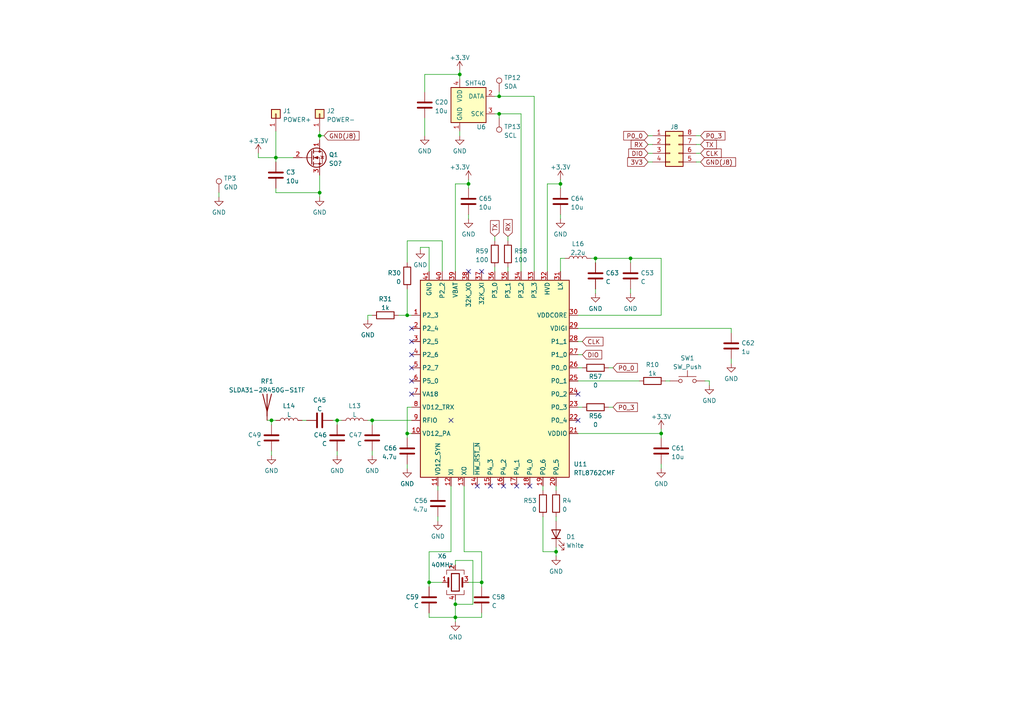
<source format=kicad_sch>
(kicad_sch (version 20211123) (generator eeschema)

  (uuid c8f43b16-66a4-495d-9a71-b39cf5d72248)

  (paper "A4")

  (title_block
    (title "SwitchBot Indoor/Outdoor Thermo-Hygrometer (W3400010)")
    (date "2023-12-29")
    (rev "0")
  )

  (lib_symbols
    (symbol "Connector:TestPoint" (pin_numbers hide) (pin_names (offset 0.762) hide) (in_bom yes) (on_board yes)
      (property "Reference" "TP" (id 0) (at 0 6.858 0)
        (effects (font (size 1.27 1.27)))
      )
      (property "Value" "TestPoint" (id 1) (at 0 5.08 0)
        (effects (font (size 1.27 1.27)))
      )
      (property "Footprint" "" (id 2) (at 5.08 0 0)
        (effects (font (size 1.27 1.27)) hide)
      )
      (property "Datasheet" "~" (id 3) (at 5.08 0 0)
        (effects (font (size 1.27 1.27)) hide)
      )
      (property "ki_keywords" "test point tp" (id 4) (at 0 0 0)
        (effects (font (size 1.27 1.27)) hide)
      )
      (property "ki_description" "test point" (id 5) (at 0 0 0)
        (effects (font (size 1.27 1.27)) hide)
      )
      (property "ki_fp_filters" "Pin* Test*" (id 6) (at 0 0 0)
        (effects (font (size 1.27 1.27)) hide)
      )
      (symbol "TestPoint_0_1"
        (circle (center 0 3.302) (radius 0.762)
          (stroke (width 0) (type default) (color 0 0 0 0))
          (fill (type none))
        )
      )
      (symbol "TestPoint_1_1"
        (pin passive line (at 0 0 90) (length 2.54)
          (name "1" (effects (font (size 1.27 1.27))))
          (number "1" (effects (font (size 1.27 1.27))))
        )
      )
    )
    (symbol "Connector_Generic:Conn_01x01" (pin_names (offset 1.016) hide) (in_bom yes) (on_board yes)
      (property "Reference" "J" (id 0) (at 0 2.54 0)
        (effects (font (size 1.27 1.27)))
      )
      (property "Value" "Conn_01x01" (id 1) (at 0 -2.54 0)
        (effects (font (size 1.27 1.27)))
      )
      (property "Footprint" "" (id 2) (at 0 0 0)
        (effects (font (size 1.27 1.27)) hide)
      )
      (property "Datasheet" "~" (id 3) (at 0 0 0)
        (effects (font (size 1.27 1.27)) hide)
      )
      (property "ki_keywords" "connector" (id 4) (at 0 0 0)
        (effects (font (size 1.27 1.27)) hide)
      )
      (property "ki_description" "Generic connector, single row, 01x01, script generated (kicad-library-utils/schlib/autogen/connector/)" (id 5) (at 0 0 0)
        (effects (font (size 1.27 1.27)) hide)
      )
      (property "ki_fp_filters" "Connector*:*_1x??_*" (id 6) (at 0 0 0)
        (effects (font (size 1.27 1.27)) hide)
      )
      (symbol "Conn_01x01_1_1"
        (rectangle (start -1.27 0.127) (end 0 -0.127)
          (stroke (width 0.1524) (type default) (color 0 0 0 0))
          (fill (type none))
        )
        (rectangle (start -1.27 1.27) (end 1.27 -1.27)
          (stroke (width 0.254) (type default) (color 0 0 0 0))
          (fill (type background))
        )
        (pin passive line (at -5.08 0 0) (length 3.81)
          (name "Pin_1" (effects (font (size 1.27 1.27))))
          (number "1" (effects (font (size 1.27 1.27))))
        )
      )
    )
    (symbol "Connector_Generic:Conn_02x04_Counter_Clockwise" (pin_names (offset 1.016) hide) (in_bom yes) (on_board yes)
      (property "Reference" "J" (id 0) (at 1.27 5.08 0)
        (effects (font (size 1.27 1.27)))
      )
      (property "Value" "Conn_02x04_Counter_Clockwise" (id 1) (at 1.27 -7.62 0)
        (effects (font (size 1.27 1.27)))
      )
      (property "Footprint" "" (id 2) (at 0 0 0)
        (effects (font (size 1.27 1.27)) hide)
      )
      (property "Datasheet" "~" (id 3) (at 0 0 0)
        (effects (font (size 1.27 1.27)) hide)
      )
      (property "ki_keywords" "connector" (id 4) (at 0 0 0)
        (effects (font (size 1.27 1.27)) hide)
      )
      (property "ki_description" "Generic connector, double row, 02x04, counter clockwise pin numbering scheme (similar to DIP packge numbering), script generated (kicad-library-utils/schlib/autogen/connector/)" (id 5) (at 0 0 0)
        (effects (font (size 1.27 1.27)) hide)
      )
      (property "ki_fp_filters" "Connector*:*_2x??_*" (id 6) (at 0 0 0)
        (effects (font (size 1.27 1.27)) hide)
      )
      (symbol "Conn_02x04_Counter_Clockwise_1_1"
        (rectangle (start -1.27 -4.953) (end 0 -5.207)
          (stroke (width 0.1524) (type default) (color 0 0 0 0))
          (fill (type none))
        )
        (rectangle (start -1.27 -2.413) (end 0 -2.667)
          (stroke (width 0.1524) (type default) (color 0 0 0 0))
          (fill (type none))
        )
        (rectangle (start -1.27 0.127) (end 0 -0.127)
          (stroke (width 0.1524) (type default) (color 0 0 0 0))
          (fill (type none))
        )
        (rectangle (start -1.27 2.667) (end 0 2.413)
          (stroke (width 0.1524) (type default) (color 0 0 0 0))
          (fill (type none))
        )
        (rectangle (start -1.27 3.81) (end 3.81 -6.35)
          (stroke (width 0.254) (type default) (color 0 0 0 0))
          (fill (type background))
        )
        (rectangle (start 3.81 -4.953) (end 2.54 -5.207)
          (stroke (width 0.1524) (type default) (color 0 0 0 0))
          (fill (type none))
        )
        (rectangle (start 3.81 -2.413) (end 2.54 -2.667)
          (stroke (width 0.1524) (type default) (color 0 0 0 0))
          (fill (type none))
        )
        (rectangle (start 3.81 0.127) (end 2.54 -0.127)
          (stroke (width 0.1524) (type default) (color 0 0 0 0))
          (fill (type none))
        )
        (rectangle (start 3.81 2.667) (end 2.54 2.413)
          (stroke (width 0.1524) (type default) (color 0 0 0 0))
          (fill (type none))
        )
        (pin passive line (at -5.08 2.54 0) (length 3.81)
          (name "Pin_1" (effects (font (size 1.27 1.27))))
          (number "1" (effects (font (size 1.27 1.27))))
        )
        (pin passive line (at -5.08 0 0) (length 3.81)
          (name "Pin_2" (effects (font (size 1.27 1.27))))
          (number "2" (effects (font (size 1.27 1.27))))
        )
        (pin passive line (at -5.08 -2.54 0) (length 3.81)
          (name "Pin_3" (effects (font (size 1.27 1.27))))
          (number "3" (effects (font (size 1.27 1.27))))
        )
        (pin passive line (at -5.08 -5.08 0) (length 3.81)
          (name "Pin_4" (effects (font (size 1.27 1.27))))
          (number "4" (effects (font (size 1.27 1.27))))
        )
        (pin passive line (at 7.62 -5.08 180) (length 3.81)
          (name "Pin_5" (effects (font (size 1.27 1.27))))
          (number "5" (effects (font (size 1.27 1.27))))
        )
        (pin passive line (at 7.62 -2.54 180) (length 3.81)
          (name "Pin_6" (effects (font (size 1.27 1.27))))
          (number "6" (effects (font (size 1.27 1.27))))
        )
        (pin passive line (at 7.62 0 180) (length 3.81)
          (name "Pin_7" (effects (font (size 1.27 1.27))))
          (number "7" (effects (font (size 1.27 1.27))))
        )
        (pin passive line (at 7.62 2.54 180) (length 3.81)
          (name "Pin_8" (effects (font (size 1.27 1.27))))
          (number "8" (effects (font (size 1.27 1.27))))
        )
      )
    )
    (symbol "Device:Antenna" (pin_numbers hide) (pin_names (offset 1.016) hide) (in_bom yes) (on_board yes)
      (property "Reference" "AE" (id 0) (at -1.905 1.905 0)
        (effects (font (size 1.27 1.27)) (justify right))
      )
      (property "Value" "Antenna" (id 1) (at -1.905 0 0)
        (effects (font (size 1.27 1.27)) (justify right))
      )
      (property "Footprint" "" (id 2) (at 0 0 0)
        (effects (font (size 1.27 1.27)) hide)
      )
      (property "Datasheet" "~" (id 3) (at 0 0 0)
        (effects (font (size 1.27 1.27)) hide)
      )
      (property "ki_keywords" "antenna" (id 4) (at 0 0 0)
        (effects (font (size 1.27 1.27)) hide)
      )
      (property "ki_description" "Antenna" (id 5) (at 0 0 0)
        (effects (font (size 1.27 1.27)) hide)
      )
      (symbol "Antenna_0_1"
        (polyline
          (pts
            (xy 0 2.54)
            (xy 0 -3.81)
          )
          (stroke (width 0.254) (type default) (color 0 0 0 0))
          (fill (type none))
        )
        (polyline
          (pts
            (xy 1.27 2.54)
            (xy 0 -2.54)
            (xy -1.27 2.54)
          )
          (stroke (width 0.254) (type default) (color 0 0 0 0))
          (fill (type none))
        )
      )
      (symbol "Antenna_1_1"
        (pin input line (at 0 -5.08 90) (length 2.54)
          (name "A" (effects (font (size 1.27 1.27))))
          (number "1" (effects (font (size 1.27 1.27))))
        )
      )
    )
    (symbol "Device:C" (pin_numbers hide) (pin_names (offset 0.254)) (in_bom yes) (on_board yes)
      (property "Reference" "C" (id 0) (at 0.635 2.54 0)
        (effects (font (size 1.27 1.27)) (justify left))
      )
      (property "Value" "C" (id 1) (at 0.635 -2.54 0)
        (effects (font (size 1.27 1.27)) (justify left))
      )
      (property "Footprint" "" (id 2) (at 0.9652 -3.81 0)
        (effects (font (size 1.27 1.27)) hide)
      )
      (property "Datasheet" "~" (id 3) (at 0 0 0)
        (effects (font (size 1.27 1.27)) hide)
      )
      (property "ki_keywords" "cap capacitor" (id 4) (at 0 0 0)
        (effects (font (size 1.27 1.27)) hide)
      )
      (property "ki_description" "Unpolarized capacitor" (id 5) (at 0 0 0)
        (effects (font (size 1.27 1.27)) hide)
      )
      (property "ki_fp_filters" "C_*" (id 6) (at 0 0 0)
        (effects (font (size 1.27 1.27)) hide)
      )
      (symbol "C_0_1"
        (polyline
          (pts
            (xy -2.032 -0.762)
            (xy 2.032 -0.762)
          )
          (stroke (width 0.508) (type default) (color 0 0 0 0))
          (fill (type none))
        )
        (polyline
          (pts
            (xy -2.032 0.762)
            (xy 2.032 0.762)
          )
          (stroke (width 0.508) (type default) (color 0 0 0 0))
          (fill (type none))
        )
      )
      (symbol "C_1_1"
        (pin passive line (at 0 3.81 270) (length 2.794)
          (name "~" (effects (font (size 1.27 1.27))))
          (number "1" (effects (font (size 1.27 1.27))))
        )
        (pin passive line (at 0 -3.81 90) (length 2.794)
          (name "~" (effects (font (size 1.27 1.27))))
          (number "2" (effects (font (size 1.27 1.27))))
        )
      )
    )
    (symbol "Device:Crystal_GND24" (pin_names (offset 1.016) hide) (in_bom yes) (on_board yes)
      (property "Reference" "Y" (id 0) (at 3.175 5.08 0)
        (effects (font (size 1.27 1.27)) (justify left))
      )
      (property "Value" "Crystal_GND24" (id 1) (at 3.175 3.175 0)
        (effects (font (size 1.27 1.27)) (justify left))
      )
      (property "Footprint" "" (id 2) (at 0 0 0)
        (effects (font (size 1.27 1.27)) hide)
      )
      (property "Datasheet" "~" (id 3) (at 0 0 0)
        (effects (font (size 1.27 1.27)) hide)
      )
      (property "ki_keywords" "quartz ceramic resonator oscillator" (id 4) (at 0 0 0)
        (effects (font (size 1.27 1.27)) hide)
      )
      (property "ki_description" "Four pin crystal, GND on pins 2 and 4" (id 5) (at 0 0 0)
        (effects (font (size 1.27 1.27)) hide)
      )
      (property "ki_fp_filters" "Crystal*" (id 6) (at 0 0 0)
        (effects (font (size 1.27 1.27)) hide)
      )
      (symbol "Crystal_GND24_0_1"
        (rectangle (start -1.143 2.54) (end 1.143 -2.54)
          (stroke (width 0.3048) (type default) (color 0 0 0 0))
          (fill (type none))
        )
        (polyline
          (pts
            (xy -2.54 0)
            (xy -2.032 0)
          )
          (stroke (width 0) (type default) (color 0 0 0 0))
          (fill (type none))
        )
        (polyline
          (pts
            (xy -2.032 -1.27)
            (xy -2.032 1.27)
          )
          (stroke (width 0.508) (type default) (color 0 0 0 0))
          (fill (type none))
        )
        (polyline
          (pts
            (xy 0 -3.81)
            (xy 0 -3.556)
          )
          (stroke (width 0) (type default) (color 0 0 0 0))
          (fill (type none))
        )
        (polyline
          (pts
            (xy 0 3.556)
            (xy 0 3.81)
          )
          (stroke (width 0) (type default) (color 0 0 0 0))
          (fill (type none))
        )
        (polyline
          (pts
            (xy 2.032 -1.27)
            (xy 2.032 1.27)
          )
          (stroke (width 0.508) (type default) (color 0 0 0 0))
          (fill (type none))
        )
        (polyline
          (pts
            (xy 2.032 0)
            (xy 2.54 0)
          )
          (stroke (width 0) (type default) (color 0 0 0 0))
          (fill (type none))
        )
        (polyline
          (pts
            (xy -2.54 -2.286)
            (xy -2.54 -3.556)
            (xy 2.54 -3.556)
            (xy 2.54 -2.286)
          )
          (stroke (width 0) (type default) (color 0 0 0 0))
          (fill (type none))
        )
        (polyline
          (pts
            (xy -2.54 2.286)
            (xy -2.54 3.556)
            (xy 2.54 3.556)
            (xy 2.54 2.286)
          )
          (stroke (width 0) (type default) (color 0 0 0 0))
          (fill (type none))
        )
      )
      (symbol "Crystal_GND24_1_1"
        (pin passive line (at -3.81 0 0) (length 1.27)
          (name "1" (effects (font (size 1.27 1.27))))
          (number "1" (effects (font (size 1.27 1.27))))
        )
        (pin passive line (at 0 5.08 270) (length 1.27)
          (name "2" (effects (font (size 1.27 1.27))))
          (number "2" (effects (font (size 1.27 1.27))))
        )
        (pin passive line (at 3.81 0 180) (length 1.27)
          (name "3" (effects (font (size 1.27 1.27))))
          (number "3" (effects (font (size 1.27 1.27))))
        )
        (pin passive line (at 0 -5.08 90) (length 1.27)
          (name "4" (effects (font (size 1.27 1.27))))
          (number "4" (effects (font (size 1.27 1.27))))
        )
      )
    )
    (symbol "Device:L" (pin_numbers hide) (pin_names (offset 1.016) hide) (in_bom yes) (on_board yes)
      (property "Reference" "L" (id 0) (at -1.27 0 90)
        (effects (font (size 1.27 1.27)))
      )
      (property "Value" "L" (id 1) (at 1.905 0 90)
        (effects (font (size 1.27 1.27)))
      )
      (property "Footprint" "" (id 2) (at 0 0 0)
        (effects (font (size 1.27 1.27)) hide)
      )
      (property "Datasheet" "~" (id 3) (at 0 0 0)
        (effects (font (size 1.27 1.27)) hide)
      )
      (property "ki_keywords" "inductor choke coil reactor magnetic" (id 4) (at 0 0 0)
        (effects (font (size 1.27 1.27)) hide)
      )
      (property "ki_description" "Inductor" (id 5) (at 0 0 0)
        (effects (font (size 1.27 1.27)) hide)
      )
      (property "ki_fp_filters" "Choke_* *Coil* Inductor_* L_*" (id 6) (at 0 0 0)
        (effects (font (size 1.27 1.27)) hide)
      )
      (symbol "L_0_1"
        (arc (start 0 -2.54) (mid 0.635 -1.905) (end 0 -1.27)
          (stroke (width 0) (type default) (color 0 0 0 0))
          (fill (type none))
        )
        (arc (start 0 -1.27) (mid 0.635 -0.635) (end 0 0)
          (stroke (width 0) (type default) (color 0 0 0 0))
          (fill (type none))
        )
        (arc (start 0 0) (mid 0.635 0.635) (end 0 1.27)
          (stroke (width 0) (type default) (color 0 0 0 0))
          (fill (type none))
        )
        (arc (start 0 1.27) (mid 0.635 1.905) (end 0 2.54)
          (stroke (width 0) (type default) (color 0 0 0 0))
          (fill (type none))
        )
      )
      (symbol "L_1_1"
        (pin passive line (at 0 3.81 270) (length 1.27)
          (name "1" (effects (font (size 1.27 1.27))))
          (number "1" (effects (font (size 1.27 1.27))))
        )
        (pin passive line (at 0 -3.81 90) (length 1.27)
          (name "2" (effects (font (size 1.27 1.27))))
          (number "2" (effects (font (size 1.27 1.27))))
        )
      )
    )
    (symbol "Device:LED" (pin_numbers hide) (pin_names (offset 1.016) hide) (in_bom yes) (on_board yes)
      (property "Reference" "D" (id 0) (at 0 2.54 0)
        (effects (font (size 1.27 1.27)))
      )
      (property "Value" "LED" (id 1) (at 0 -2.54 0)
        (effects (font (size 1.27 1.27)))
      )
      (property "Footprint" "" (id 2) (at 0 0 0)
        (effects (font (size 1.27 1.27)) hide)
      )
      (property "Datasheet" "~" (id 3) (at 0 0 0)
        (effects (font (size 1.27 1.27)) hide)
      )
      (property "ki_keywords" "LED diode" (id 4) (at 0 0 0)
        (effects (font (size 1.27 1.27)) hide)
      )
      (property "ki_description" "Light emitting diode" (id 5) (at 0 0 0)
        (effects (font (size 1.27 1.27)) hide)
      )
      (property "ki_fp_filters" "LED* LED_SMD:* LED_THT:*" (id 6) (at 0 0 0)
        (effects (font (size 1.27 1.27)) hide)
      )
      (symbol "LED_0_1"
        (polyline
          (pts
            (xy -1.27 -1.27)
            (xy -1.27 1.27)
          )
          (stroke (width 0.254) (type default) (color 0 0 0 0))
          (fill (type none))
        )
        (polyline
          (pts
            (xy -1.27 0)
            (xy 1.27 0)
          )
          (stroke (width 0) (type default) (color 0 0 0 0))
          (fill (type none))
        )
        (polyline
          (pts
            (xy 1.27 -1.27)
            (xy 1.27 1.27)
            (xy -1.27 0)
            (xy 1.27 -1.27)
          )
          (stroke (width 0.254) (type default) (color 0 0 0 0))
          (fill (type none))
        )
        (polyline
          (pts
            (xy -3.048 -0.762)
            (xy -4.572 -2.286)
            (xy -3.81 -2.286)
            (xy -4.572 -2.286)
            (xy -4.572 -1.524)
          )
          (stroke (width 0) (type default) (color 0 0 0 0))
          (fill (type none))
        )
        (polyline
          (pts
            (xy -1.778 -0.762)
            (xy -3.302 -2.286)
            (xy -2.54 -2.286)
            (xy -3.302 -2.286)
            (xy -3.302 -1.524)
          )
          (stroke (width 0) (type default) (color 0 0 0 0))
          (fill (type none))
        )
      )
      (symbol "LED_1_1"
        (pin passive line (at -3.81 0 0) (length 2.54)
          (name "K" (effects (font (size 1.27 1.27))))
          (number "1" (effects (font (size 1.27 1.27))))
        )
        (pin passive line (at 3.81 0 180) (length 2.54)
          (name "A" (effects (font (size 1.27 1.27))))
          (number "2" (effects (font (size 1.27 1.27))))
        )
      )
    )
    (symbol "Device:Q_NMOS_DGS" (pin_names (offset 0) hide) (in_bom yes) (on_board yes)
      (property "Reference" "Q" (id 0) (at 5.08 1.27 0)
        (effects (font (size 1.27 1.27)) (justify left))
      )
      (property "Value" "Q_NMOS_DGS" (id 1) (at 5.08 -1.27 0)
        (effects (font (size 1.27 1.27)) (justify left))
      )
      (property "Footprint" "" (id 2) (at 5.08 2.54 0)
        (effects (font (size 1.27 1.27)) hide)
      )
      (property "Datasheet" "~" (id 3) (at 0 0 0)
        (effects (font (size 1.27 1.27)) hide)
      )
      (property "ki_keywords" "transistor NMOS N-MOS N-MOSFET" (id 4) (at 0 0 0)
        (effects (font (size 1.27 1.27)) hide)
      )
      (property "ki_description" "N-MOSFET transistor, drain/gate/source" (id 5) (at 0 0 0)
        (effects (font (size 1.27 1.27)) hide)
      )
      (symbol "Q_NMOS_DGS_0_1"
        (polyline
          (pts
            (xy 0.254 0)
            (xy -2.54 0)
          )
          (stroke (width 0) (type default) (color 0 0 0 0))
          (fill (type none))
        )
        (polyline
          (pts
            (xy 0.254 1.905)
            (xy 0.254 -1.905)
          )
          (stroke (width 0.254) (type default) (color 0 0 0 0))
          (fill (type none))
        )
        (polyline
          (pts
            (xy 0.762 -1.27)
            (xy 0.762 -2.286)
          )
          (stroke (width 0.254) (type default) (color 0 0 0 0))
          (fill (type none))
        )
        (polyline
          (pts
            (xy 0.762 0.508)
            (xy 0.762 -0.508)
          )
          (stroke (width 0.254) (type default) (color 0 0 0 0))
          (fill (type none))
        )
        (polyline
          (pts
            (xy 0.762 2.286)
            (xy 0.762 1.27)
          )
          (stroke (width 0.254) (type default) (color 0 0 0 0))
          (fill (type none))
        )
        (polyline
          (pts
            (xy 2.54 2.54)
            (xy 2.54 1.778)
          )
          (stroke (width 0) (type default) (color 0 0 0 0))
          (fill (type none))
        )
        (polyline
          (pts
            (xy 2.54 -2.54)
            (xy 2.54 0)
            (xy 0.762 0)
          )
          (stroke (width 0) (type default) (color 0 0 0 0))
          (fill (type none))
        )
        (polyline
          (pts
            (xy 0.762 -1.778)
            (xy 3.302 -1.778)
            (xy 3.302 1.778)
            (xy 0.762 1.778)
          )
          (stroke (width 0) (type default) (color 0 0 0 0))
          (fill (type none))
        )
        (polyline
          (pts
            (xy 1.016 0)
            (xy 2.032 0.381)
            (xy 2.032 -0.381)
            (xy 1.016 0)
          )
          (stroke (width 0) (type default) (color 0 0 0 0))
          (fill (type outline))
        )
        (polyline
          (pts
            (xy 2.794 0.508)
            (xy 2.921 0.381)
            (xy 3.683 0.381)
            (xy 3.81 0.254)
          )
          (stroke (width 0) (type default) (color 0 0 0 0))
          (fill (type none))
        )
        (polyline
          (pts
            (xy 3.302 0.381)
            (xy 2.921 -0.254)
            (xy 3.683 -0.254)
            (xy 3.302 0.381)
          )
          (stroke (width 0) (type default) (color 0 0 0 0))
          (fill (type none))
        )
        (circle (center 1.651 0) (radius 2.794)
          (stroke (width 0.254) (type default) (color 0 0 0 0))
          (fill (type none))
        )
        (circle (center 2.54 -1.778) (radius 0.254)
          (stroke (width 0) (type default) (color 0 0 0 0))
          (fill (type outline))
        )
        (circle (center 2.54 1.778) (radius 0.254)
          (stroke (width 0) (type default) (color 0 0 0 0))
          (fill (type outline))
        )
      )
      (symbol "Q_NMOS_DGS_1_1"
        (pin passive line (at 2.54 5.08 270) (length 2.54)
          (name "D" (effects (font (size 1.27 1.27))))
          (number "1" (effects (font (size 1.27 1.27))))
        )
        (pin input line (at -5.08 0 0) (length 2.54)
          (name "G" (effects (font (size 1.27 1.27))))
          (number "2" (effects (font (size 1.27 1.27))))
        )
        (pin passive line (at 2.54 -5.08 90) (length 2.54)
          (name "S" (effects (font (size 1.27 1.27))))
          (number "3" (effects (font (size 1.27 1.27))))
        )
      )
    )
    (symbol "Device:R" (pin_numbers hide) (pin_names (offset 0)) (in_bom yes) (on_board yes)
      (property "Reference" "R" (id 0) (at 2.032 0 90)
        (effects (font (size 1.27 1.27)))
      )
      (property "Value" "R" (id 1) (at 0 0 90)
        (effects (font (size 1.27 1.27)))
      )
      (property "Footprint" "" (id 2) (at -1.778 0 90)
        (effects (font (size 1.27 1.27)) hide)
      )
      (property "Datasheet" "~" (id 3) (at 0 0 0)
        (effects (font (size 1.27 1.27)) hide)
      )
      (property "ki_keywords" "R res resistor" (id 4) (at 0 0 0)
        (effects (font (size 1.27 1.27)) hide)
      )
      (property "ki_description" "Resistor" (id 5) (at 0 0 0)
        (effects (font (size 1.27 1.27)) hide)
      )
      (property "ki_fp_filters" "R_*" (id 6) (at 0 0 0)
        (effects (font (size 1.27 1.27)) hide)
      )
      (symbol "R_0_1"
        (rectangle (start -1.016 -2.54) (end 1.016 2.54)
          (stroke (width 0.254) (type default) (color 0 0 0 0))
          (fill (type none))
        )
      )
      (symbol "R_1_1"
        (pin passive line (at 0 3.81 270) (length 1.27)
          (name "~" (effects (font (size 1.27 1.27))))
          (number "1" (effects (font (size 1.27 1.27))))
        )
        (pin passive line (at 0 -3.81 90) (length 1.27)
          (name "~" (effects (font (size 1.27 1.27))))
          (number "2" (effects (font (size 1.27 1.27))))
        )
      )
    )
    (symbol "New_Library:RTL8762CMF" (in_bom yes) (on_board yes)
      (property "Reference" "A" (id 0) (at -21.59 -30.48 0)
        (effects (font (size 1.27 1.27)) (justify left bottom))
      )
      (property "Value" "RTL8762CMF" (id 1) (at -6.35 2.54 0)
        (effects (font (size 1.27 1.27)) (justify left))
      )
      (property "Footprint" "" (id 2) (at 1.27 -34.29 0)
        (effects (font (size 1.27 1.27) italic) (justify left) hide)
      )
      (property "Datasheet" "https://www.realtek.com/ja/products/communications-network-ics/item/rtl8762c" (id 3) (at 0 0 0)
        (effects (font (size 1.27 1.27)) hide)
      )
      (property "ki_keywords" "Realtek Bluetooth BLE" (id 4) (at 0 0 0)
        (effects (font (size 1.27 1.27)) hide)
      )
      (property "ki_description" "Bluetooth Low Energy 5 SOC" (id 5) (at 0 0 0)
        (effects (font (size 1.27 1.27)) hide)
      )
      (property "ki_fp_filters" "Adafruit*Feather*" (id 6) (at 0 0 0)
        (effects (font (size 1.27 1.27)) hide)
      )
      (symbol "RTL8762CMF_0_1"
        (rectangle (start -21.59 29.21) (end 21.59 -27.94)
          (stroke (width 0.254) (type default) (color 0 0 0 0))
          (fill (type background))
        )
      )
      (symbol "RTL8762CMF_1_1"
        (pin bidirectional line (at -24.13 19.05 0) (length 2.54)
          (name "P2_3" (effects (font (size 1.27 1.27))))
          (number "1" (effects (font (size 1.27 1.27))))
        )
        (pin power_in line (at -24.13 -15.24 0) (length 2.54)
          (name "VD12_PA" (effects (font (size 1.27 1.27))))
          (number "10" (effects (font (size 1.27 1.27))))
        )
        (pin input line (at -16.51 -30.48 90) (length 2.54)
          (name "VD12_SYN" (effects (font (size 1.27 1.27))))
          (number "11" (effects (font (size 1.27 1.27))))
        )
        (pin input line (at -12.7 -30.48 90) (length 2.54)
          (name "XI" (effects (font (size 1.27 1.27))))
          (number "12" (effects (font (size 1.27 1.27))))
        )
        (pin output line (at -8.89 -30.48 90) (length 2.54)
          (name "XO" (effects (font (size 1.27 1.27))))
          (number "13" (effects (font (size 1.27 1.27))))
        )
        (pin input line (at -5.08 -30.48 90) (length 2.54)
          (name "~{HW_RST_N}" (effects (font (size 1.27 1.27))))
          (number "14" (effects (font (size 1.27 1.27))))
        )
        (pin bidirectional line (at -1.27 -30.48 90) (length 2.54)
          (name "P4_3" (effects (font (size 1.27 1.27))))
          (number "15" (effects (font (size 1.27 1.27))))
        )
        (pin bidirectional line (at 2.54 -30.48 90) (length 2.54)
          (name "P4_2" (effects (font (size 1.27 1.27))))
          (number "16" (effects (font (size 1.27 1.27))))
        )
        (pin bidirectional line (at 6.35 -30.48 90) (length 2.54)
          (name "P4_1" (effects (font (size 1.27 1.27))))
          (number "17" (effects (font (size 1.27 1.27))))
        )
        (pin bidirectional line (at 10.16 -30.48 90) (length 2.54)
          (name "P4_0" (effects (font (size 1.27 1.27))))
          (number "18" (effects (font (size 1.27 1.27))))
        )
        (pin bidirectional line (at 13.97 -30.48 90) (length 2.54)
          (name "P0_6" (effects (font (size 1.27 1.27))))
          (number "19" (effects (font (size 1.27 1.27))))
        )
        (pin bidirectional line (at -24.13 15.24 0) (length 2.54)
          (name "P2_4" (effects (font (size 1.27 1.27))))
          (number "2" (effects (font (size 1.27 1.27))))
        )
        (pin bidirectional line (at 17.78 -30.48 90) (length 2.54)
          (name "P0_5" (effects (font (size 1.27 1.27))))
          (number "20" (effects (font (size 1.27 1.27))))
        )
        (pin input line (at 24.13 -15.24 180) (length 2.54)
          (name "VDDIO" (effects (font (size 1.27 1.27))))
          (number "21" (effects (font (size 1.27 1.27))))
        )
        (pin bidirectional line (at 24.13 -11.43 180) (length 2.54)
          (name "P0_4" (effects (font (size 1.27 1.27))))
          (number "22" (effects (font (size 1.27 1.27))))
        )
        (pin bidirectional line (at 24.13 -7.62 180) (length 2.54)
          (name "P0_3" (effects (font (size 1.27 1.27))))
          (number "23" (effects (font (size 1.27 1.27))))
        )
        (pin bidirectional line (at 24.13 -3.81 180) (length 2.54)
          (name "P0_2" (effects (font (size 1.27 1.27))))
          (number "24" (effects (font (size 1.27 1.27))))
        )
        (pin bidirectional line (at 24.13 0 180) (length 2.54)
          (name "P0_1" (effects (font (size 1.27 1.27))))
          (number "25" (effects (font (size 1.27 1.27))))
        )
        (pin bidirectional line (at 24.13 3.81 180) (length 2.54)
          (name "P0_0" (effects (font (size 1.27 1.27))))
          (number "26" (effects (font (size 1.27 1.27))))
        )
        (pin bidirectional line (at 24.13 7.62 180) (length 2.54)
          (name "P1_0" (effects (font (size 1.27 1.27))))
          (number "27" (effects (font (size 1.27 1.27))))
        )
        (pin bidirectional line (at 24.13 11.43 180) (length 2.54)
          (name "P1_1" (effects (font (size 1.27 1.27))))
          (number "28" (effects (font (size 1.27 1.27))))
        )
        (pin input line (at 24.13 15.24 180) (length 2.54)
          (name "VDIGI" (effects (font (size 1.27 1.27))))
          (number "29" (effects (font (size 1.27 1.27))))
        )
        (pin bidirectional line (at -24.13 11.43 0) (length 2.54)
          (name "P2_5" (effects (font (size 1.27 1.27))))
          (number "3" (effects (font (size 1.27 1.27))))
        )
        (pin input line (at 24.13 19.05 180) (length 2.54)
          (name "VDDCORE" (effects (font (size 1.27 1.27))))
          (number "30" (effects (font (size 1.27 1.27))))
        )
        (pin input line (at 19.05 31.75 270) (length 2.54)
          (name "LX" (effects (font (size 1.27 1.27))))
          (number "31" (effects (font (size 1.27 1.27))))
        )
        (pin input line (at 15.24 31.75 270) (length 2.54)
          (name "HVD" (effects (font (size 1.27 1.27))))
          (number "32" (effects (font (size 1.27 1.27))))
        )
        (pin bidirectional line (at 11.43 31.75 270) (length 2.54)
          (name "P3_3" (effects (font (size 1.27 1.27))))
          (number "33" (effects (font (size 1.27 1.27))))
        )
        (pin bidirectional line (at 7.62 31.75 270) (length 2.54)
          (name "P3_2" (effects (font (size 1.27 1.27))))
          (number "34" (effects (font (size 1.27 1.27))))
        )
        (pin bidirectional line (at 3.81 31.75 270) (length 2.54)
          (name "P3_1" (effects (font (size 1.27 1.27))))
          (number "35" (effects (font (size 1.27 1.27))))
        )
        (pin bidirectional line (at 0 31.75 270) (length 2.54)
          (name "P3_0" (effects (font (size 1.27 1.27))))
          (number "36" (effects (font (size 1.27 1.27))))
        )
        (pin input line (at -3.81 31.75 270) (length 2.54)
          (name "32K_XI" (effects (font (size 1.27 1.27))))
          (number "37" (effects (font (size 1.27 1.27))))
        )
        (pin output line (at -7.62 31.75 270) (length 2.54)
          (name "32K_XO" (effects (font (size 1.27 1.27))))
          (number "38" (effects (font (size 1.27 1.27))))
        )
        (pin input line (at -11.43 31.75 270) (length 2.54)
          (name "VBAT" (effects (font (size 1.27 1.27))))
          (number "39" (effects (font (size 1.27 1.27))))
        )
        (pin bidirectional line (at -24.13 7.62 0) (length 2.54)
          (name "P2_6" (effects (font (size 1.27 1.27))))
          (number "4" (effects (font (size 1.27 1.27))))
        )
        (pin bidirectional line (at -15.24 31.75 270) (length 2.54)
          (name "P2_2" (effects (font (size 1.27 1.27))))
          (number "40" (effects (font (size 1.27 1.27))))
        )
        (pin power_in line (at -19.05 31.75 270) (length 2.54)
          (name "GND" (effects (font (size 1.27 1.27))))
          (number "41" (effects (font (size 1.27 1.27))))
        )
        (pin bidirectional line (at -24.13 3.81 0) (length 2.54)
          (name "P2_7" (effects (font (size 1.27 1.27))))
          (number "5" (effects (font (size 1.27 1.27))))
        )
        (pin bidirectional line (at -24.13 0 0) (length 2.54)
          (name "P5_0" (effects (font (size 1.27 1.27))))
          (number "6" (effects (font (size 1.27 1.27))))
        )
        (pin power_in line (at -24.13 -3.81 0) (length 2.54)
          (name "VA18" (effects (font (size 1.27 1.27))))
          (number "7" (effects (font (size 1.27 1.27))))
        )
        (pin power_in line (at -24.13 -7.62 0) (length 2.54)
          (name "VD12_TRX" (effects (font (size 1.27 1.27))))
          (number "8" (effects (font (size 1.27 1.27))))
        )
        (pin output line (at -24.13 -11.43 0) (length 2.54)
          (name "RFIO" (effects (font (size 1.27 1.27))))
          (number "9" (effects (font (size 1.27 1.27))))
        )
      )
    )
    (symbol "Sensor:SHT1x" (in_bom yes) (on_board yes)
      (property "Reference" "U" (id 0) (at 3.81 6.35 0)
        (effects (font (size 1.27 1.27)))
      )
      (property "Value" "SHT1x" (id 1) (at 2.54 -6.35 0)
        (effects (font (size 1.27 1.27)))
      )
      (property "Footprint" "Sensor:SHT1x" (id 2) (at 3.81 6.35 0)
        (effects (font (size 1.27 1.27)) hide)
      )
      (property "Datasheet" "https://www.sensirion.com/fileadmin/user_upload/customers/sensirion/Dokumente/0_Datasheets/Humidity/Sensirion_Humidity_Sensors_SHT1x_Datasheet.pdf" (id 3) (at 3.81 6.35 0)
        (effects (font (size 1.27 1.27)) hide)
      )
      (property "ki_keywords" "digital temperature humidity sensor" (id 4) (at 0 0 0)
        (effects (font (size 1.27 1.27)) hide)
      )
      (property "ki_description" "Temperature and humidity module" (id 5) (at 0 0 0)
        (effects (font (size 1.27 1.27)) hide)
      )
      (property "ki_fp_filters" "SHT1x*" (id 6) (at 0 0 0)
        (effects (font (size 1.27 1.27)) hide)
      )
      (symbol "SHT1x_0_1"
        (rectangle (start -5.08 5.08) (end 5.08 -5.08)
          (stroke (width 0.254) (type default) (color 0 0 0 0))
          (fill (type background))
        )
      )
      (symbol "SHT1x_1_1"
        (pin power_in line (at -2.54 -7.62 90) (length 2.54)
          (name "GND" (effects (font (size 1.27 1.27))))
          (number "1" (effects (font (size 1.27 1.27))))
        )
        (pin bidirectional line (at 7.62 2.54 180) (length 2.54)
          (name "DATA" (effects (font (size 1.27 1.27))))
          (number "2" (effects (font (size 1.27 1.27))))
        )
        (pin input line (at 7.62 -2.54 180) (length 2.54)
          (name "SCK" (effects (font (size 1.27 1.27))))
          (number "3" (effects (font (size 1.27 1.27))))
        )
        (pin power_in line (at -2.54 7.62 270) (length 2.54)
          (name "VDD" (effects (font (size 1.27 1.27))))
          (number "4" (effects (font (size 1.27 1.27))))
        )
      )
    )
    (symbol "Switch:SW_Push" (pin_numbers hide) (pin_names (offset 1.016) hide) (in_bom yes) (on_board yes)
      (property "Reference" "SW" (id 0) (at 1.27 2.54 0)
        (effects (font (size 1.27 1.27)) (justify left))
      )
      (property "Value" "SW_Push" (id 1) (at 0 -1.524 0)
        (effects (font (size 1.27 1.27)))
      )
      (property "Footprint" "" (id 2) (at 0 5.08 0)
        (effects (font (size 1.27 1.27)) hide)
      )
      (property "Datasheet" "~" (id 3) (at 0 5.08 0)
        (effects (font (size 1.27 1.27)) hide)
      )
      (property "ki_keywords" "switch normally-open pushbutton push-button" (id 4) (at 0 0 0)
        (effects (font (size 1.27 1.27)) hide)
      )
      (property "ki_description" "Push button switch, generic, two pins" (id 5) (at 0 0 0)
        (effects (font (size 1.27 1.27)) hide)
      )
      (symbol "SW_Push_0_1"
        (circle (center -2.032 0) (radius 0.508)
          (stroke (width 0) (type default) (color 0 0 0 0))
          (fill (type none))
        )
        (polyline
          (pts
            (xy 0 1.27)
            (xy 0 3.048)
          )
          (stroke (width 0) (type default) (color 0 0 0 0))
          (fill (type none))
        )
        (polyline
          (pts
            (xy 2.54 1.27)
            (xy -2.54 1.27)
          )
          (stroke (width 0) (type default) (color 0 0 0 0))
          (fill (type none))
        )
        (circle (center 2.032 0) (radius 0.508)
          (stroke (width 0) (type default) (color 0 0 0 0))
          (fill (type none))
        )
        (pin passive line (at -5.08 0 0) (length 2.54)
          (name "1" (effects (font (size 1.27 1.27))))
          (number "1" (effects (font (size 1.27 1.27))))
        )
        (pin passive line (at 5.08 0 180) (length 2.54)
          (name "2" (effects (font (size 1.27 1.27))))
          (number "2" (effects (font (size 1.27 1.27))))
        )
      )
    )
    (symbol "power:+3.3V" (power) (pin_names (offset 0)) (in_bom yes) (on_board yes)
      (property "Reference" "#PWR" (id 0) (at 0 -3.81 0)
        (effects (font (size 1.27 1.27)) hide)
      )
      (property "Value" "+3.3V" (id 1) (at 0 3.556 0)
        (effects (font (size 1.27 1.27)))
      )
      (property "Footprint" "" (id 2) (at 0 0 0)
        (effects (font (size 1.27 1.27)) hide)
      )
      (property "Datasheet" "" (id 3) (at 0 0 0)
        (effects (font (size 1.27 1.27)) hide)
      )
      (property "ki_keywords" "power-flag" (id 4) (at 0 0 0)
        (effects (font (size 1.27 1.27)) hide)
      )
      (property "ki_description" "Power symbol creates a global label with name \"+3.3V\"" (id 5) (at 0 0 0)
        (effects (font (size 1.27 1.27)) hide)
      )
      (symbol "+3.3V_0_1"
        (polyline
          (pts
            (xy -0.762 1.27)
            (xy 0 2.54)
          )
          (stroke (width 0) (type default) (color 0 0 0 0))
          (fill (type none))
        )
        (polyline
          (pts
            (xy 0 0)
            (xy 0 2.54)
          )
          (stroke (width 0) (type default) (color 0 0 0 0))
          (fill (type none))
        )
        (polyline
          (pts
            (xy 0 2.54)
            (xy 0.762 1.27)
          )
          (stroke (width 0) (type default) (color 0 0 0 0))
          (fill (type none))
        )
      )
      (symbol "+3.3V_1_1"
        (pin power_in line (at 0 0 90) (length 0) hide
          (name "+3.3V" (effects (font (size 1.27 1.27))))
          (number "1" (effects (font (size 1.27 1.27))))
        )
      )
    )
    (symbol "power:GND" (power) (pin_names (offset 0)) (in_bom yes) (on_board yes)
      (property "Reference" "#PWR" (id 0) (at 0 -6.35 0)
        (effects (font (size 1.27 1.27)) hide)
      )
      (property "Value" "GND" (id 1) (at 0 -3.81 0)
        (effects (font (size 1.27 1.27)))
      )
      (property "Footprint" "" (id 2) (at 0 0 0)
        (effects (font (size 1.27 1.27)) hide)
      )
      (property "Datasheet" "" (id 3) (at 0 0 0)
        (effects (font (size 1.27 1.27)) hide)
      )
      (property "ki_keywords" "power-flag" (id 4) (at 0 0 0)
        (effects (font (size 1.27 1.27)) hide)
      )
      (property "ki_description" "Power symbol creates a global label with name \"GND\" , ground" (id 5) (at 0 0 0)
        (effects (font (size 1.27 1.27)) hide)
      )
      (symbol "GND_0_1"
        (polyline
          (pts
            (xy 0 0)
            (xy 0 -1.27)
            (xy 1.27 -1.27)
            (xy 0 -2.54)
            (xy -1.27 -1.27)
            (xy 0 -1.27)
          )
          (stroke (width 0) (type default) (color 0 0 0 0))
          (fill (type none))
        )
      )
      (symbol "GND_1_1"
        (pin power_in line (at 0 0 270) (length 0) hide
          (name "GND" (effects (font (size 1.27 1.27))))
          (number "1" (effects (font (size 1.27 1.27))))
        )
      )
    )
  )

  (junction (at 118.11 91.44) (diameter 0) (color 0 0 0 0)
    (uuid 17008c17-e6dc-4da2-89c5-2a8ec4780804)
  )
  (junction (at 132.08 179.07) (diameter 0) (color 0 0 0 0)
    (uuid 1eddebc8-ebd1-44af-9e81-e77efd7cf974)
  )
  (junction (at 133.35 21.59) (diameter 0) (color 0 0 0 0)
    (uuid 21651455-09f7-4327-9a7a-57d0b342718f)
  )
  (junction (at 144.78 27.94) (diameter 0) (color 0 0 0 0)
    (uuid 24437735-b3d4-4b13-a396-d457daf09604)
  )
  (junction (at 144.78 33.02) (diameter 0) (color 0 0 0 0)
    (uuid 249f2465-acd8-4049-b669-355d3039306a)
  )
  (junction (at 191.77 125.73) (diameter 0) (color 0 0 0 0)
    (uuid 28c0219f-f238-4829-aa23-cf1b458f7ef6)
  )
  (junction (at 124.46 168.91) (diameter 0) (color 0 0 0 0)
    (uuid 2cb35a13-55f1-4aa0-a65e-1d443c4df2d1)
  )
  (junction (at 78.74 121.92) (diameter 0) (color 0 0 0 0)
    (uuid 319e451e-6050-4668-be2a-21c4ea0b3452)
  )
  (junction (at 80.01 45.72) (diameter 0) (color 0 0 0 0)
    (uuid 3deab2ad-e422-4349-a3d5-b5a1273702dd)
  )
  (junction (at 92.71 39.37) (diameter 0) (color 0 0 0 0)
    (uuid 40a6db53-4faf-4655-8571-636906ddcca4)
  )
  (junction (at 97.79 121.92) (diameter 0) (color 0 0 0 0)
    (uuid 59228bbc-b988-42e4-8617-d522e88e668b)
  )
  (junction (at 139.7 168.91) (diameter 0) (color 0 0 0 0)
    (uuid 64933160-e9bf-43d7-8495-813fdc64acf6)
  )
  (junction (at 132.08 175.26) (diameter 0) (color 0 0 0 0)
    (uuid 64e8ef83-02d7-46ff-88fe-14bfae984159)
  )
  (junction (at 107.95 121.92) (diameter 0) (color 0 0 0 0)
    (uuid 6a31c0da-b5a5-415e-85c1-57ef9b2e5ef8)
  )
  (junction (at 161.29 160.02) (diameter 0) (color 0 0 0 0)
    (uuid 7cb7aea6-073c-4479-b0a8-37dccf88e122)
  )
  (junction (at 172.72 74.93) (diameter 0) (color 0 0 0 0)
    (uuid 7e8cd956-3b8e-43e3-88b2-6a2456459727)
  )
  (junction (at 162.56 53.34) (diameter 0) (color 0 0 0 0)
    (uuid 87eec2b6-84cc-42ce-8d50-b053e89d281e)
  )
  (junction (at 118.11 125.73) (diameter 0) (color 0 0 0 0)
    (uuid c0d624eb-5b5c-4f29-aed3-aa0887466f0e)
  )
  (junction (at 135.89 53.34) (diameter 0) (color 0 0 0 0)
    (uuid c3e6214a-91e7-4d98-9cc8-fc34e5e36e29)
  )
  (junction (at 92.71 55.88) (diameter 0) (color 0 0 0 0)
    (uuid f4b9c390-def0-4146-91d3-5457285027f0)
  )
  (junction (at 182.88 74.93) (diameter 0) (color 0 0 0 0)
    (uuid f8687a98-471e-4721-b8e0-5f7f0be08c35)
  )

  (no_connect (at 167.64 121.92) (uuid 1072ba66-44b6-43dd-906c-197bfe7c5606))
  (no_connect (at 119.38 110.49) (uuid 41b9e43b-2408-48cc-887d-90fdf7ed5270))
  (no_connect (at 119.38 114.3) (uuid 41b9e43b-2408-48cc-887d-90fdf7ed5271))
  (no_connect (at 119.38 95.25) (uuid 41b9e43b-2408-48cc-887d-90fdf7ed5272))
  (no_connect (at 119.38 99.06) (uuid 41b9e43b-2408-48cc-887d-90fdf7ed5273))
  (no_connect (at 119.38 102.87) (uuid 41b9e43b-2408-48cc-887d-90fdf7ed5274))
  (no_connect (at 119.38 106.68) (uuid 41b9e43b-2408-48cc-887d-90fdf7ed5275))
  (no_connect (at 149.86 140.97) (uuid 532f04e2-302a-4679-80f4-165cc7a06b35))
  (no_connect (at 138.43 140.97) (uuid 532f04e2-302a-4679-80f4-165cc7a06b36))
  (no_connect (at 142.24 140.97) (uuid 532f04e2-302a-4679-80f4-165cc7a06b37))
  (no_connect (at 146.05 140.97) (uuid 532f04e2-302a-4679-80f4-165cc7a06b38))
  (no_connect (at 153.67 140.97) (uuid 532f04e2-302a-4679-80f4-165cc7a06b39))
  (no_connect (at 139.7 78.74) (uuid 94c0de4f-fcfa-4fea-af23-2fcf91651888))
  (no_connect (at 135.89 78.74) (uuid 94c0de4f-fcfa-4fea-af23-2fcf91651889))
  (no_connect (at 130.81 121.92) (uuid 9a9ce134-5e3e-4af6-b0f5-493996c2bc7e))
  (no_connect (at 167.64 114.3) (uuid 9a9ce134-5e3e-4af6-b0f5-493996c2bc7f))

  (wire (pts (xy 201.93 41.91) (xy 203.2 41.91))
    (stroke (width 0) (type default) (color 0 0 0 0))
    (uuid 006e2686-5a67-4991-abd0-d634ae3ee5e4)
  )
  (wire (pts (xy 182.88 83.82) (xy 182.88 85.09))
    (stroke (width 0) (type default) (color 0 0 0 0))
    (uuid 00da5b2e-8c39-4525-85ac-c4add4c3fe9e)
  )
  (wire (pts (xy 143.51 77.47) (xy 143.51 78.74))
    (stroke (width 0) (type default) (color 0 0 0 0))
    (uuid 04e33954-5f53-4579-89ff-24f21ba057b1)
  )
  (wire (pts (xy 107.95 123.19) (xy 107.95 121.92))
    (stroke (width 0) (type default) (color 0 0 0 0))
    (uuid 054d7974-4809-42f3-95c8-ddb307b8af6b)
  )
  (wire (pts (xy 134.62 160.02) (xy 139.7 160.02))
    (stroke (width 0) (type default) (color 0 0 0 0))
    (uuid 05d2ab9e-f67d-4add-85ec-0c2c3ef7a7c9)
  )
  (wire (pts (xy 143.51 68.58) (xy 143.51 69.85))
    (stroke (width 0) (type default) (color 0 0 0 0))
    (uuid 06d04754-962f-4918-a870-08f325a70a3a)
  )
  (wire (pts (xy 133.35 21.59) (xy 133.35 22.86))
    (stroke (width 0) (type default) (color 0 0 0 0))
    (uuid 073c046e-ab25-42d3-b9e9-be44360e63e7)
  )
  (wire (pts (xy 167.64 110.49) (xy 185.42 110.49))
    (stroke (width 0) (type default) (color 0 0 0 0))
    (uuid 0863afe4-873e-4371-83db-2d7a3279fe3b)
  )
  (wire (pts (xy 92.71 38.1) (xy 92.71 39.37))
    (stroke (width 0) (type default) (color 0 0 0 0))
    (uuid 0a0050dd-b780-4045-a255-bcad5a6465ba)
  )
  (wire (pts (xy 167.64 102.87) (xy 168.91 102.87))
    (stroke (width 0) (type default) (color 0 0 0 0))
    (uuid 0adf8951-ff90-4401-8146-1acd2c4fcee1)
  )
  (wire (pts (xy 93.98 39.37) (xy 92.71 39.37))
    (stroke (width 0) (type default) (color 0 0 0 0))
    (uuid 0b5518e2-8e71-47ef-b2aa-bc744974ba4b)
  )
  (wire (pts (xy 191.77 125.73) (xy 191.77 127))
    (stroke (width 0) (type default) (color 0 0 0 0))
    (uuid 0f1e4a0c-b26b-4c97-b34d-62eab3f0ea3a)
  )
  (wire (pts (xy 124.46 160.02) (xy 124.46 168.91))
    (stroke (width 0) (type default) (color 0 0 0 0))
    (uuid 11956230-4357-41b5-be70-0da0e7c252ee)
  )
  (wire (pts (xy 63.5 55.88) (xy 63.5 57.15))
    (stroke (width 0) (type default) (color 0 0 0 0))
    (uuid 1290744e-57fc-48a8-a9a0-8d92f10bae62)
  )
  (wire (pts (xy 212.09 95.25) (xy 212.09 96.52))
    (stroke (width 0) (type default) (color 0 0 0 0))
    (uuid 14271f39-6f28-4363-a341-dd79e7f18997)
  )
  (wire (pts (xy 132.08 53.34) (xy 135.89 53.34))
    (stroke (width 0) (type default) (color 0 0 0 0))
    (uuid 143b1c7e-6488-4508-b99c-e4c67885df39)
  )
  (wire (pts (xy 144.78 33.02) (xy 151.13 33.02))
    (stroke (width 0) (type default) (color 0 0 0 0))
    (uuid 15bbc6e1-b47a-42c0-8ec9-a9ee31efcca1)
  )
  (wire (pts (xy 132.08 163.83) (xy 132.08 162.56))
    (stroke (width 0) (type default) (color 0 0 0 0))
    (uuid 1604315f-372c-4b42-a354-38bd0ff9187e)
  )
  (wire (pts (xy 162.56 52.07) (xy 162.56 53.34))
    (stroke (width 0) (type default) (color 0 0 0 0))
    (uuid 180f898e-f90f-4136-91af-2db89dab000c)
  )
  (wire (pts (xy 167.64 118.11) (xy 168.91 118.11))
    (stroke (width 0) (type default) (color 0 0 0 0))
    (uuid 1c8f83e6-3b6d-41b9-89d3-7baf5f9493e3)
  )
  (wire (pts (xy 139.7 160.02) (xy 139.7 168.91))
    (stroke (width 0) (type default) (color 0 0 0 0))
    (uuid 1f7960ec-258b-4a27-87bd-dbf694f0d38b)
  )
  (wire (pts (xy 128.27 168.91) (xy 124.46 168.91))
    (stroke (width 0) (type default) (color 0 0 0 0))
    (uuid 1f7e982b-c591-41bb-acb5-30c5fdfe9b39)
  )
  (wire (pts (xy 158.75 53.34) (xy 162.56 53.34))
    (stroke (width 0) (type default) (color 0 0 0 0))
    (uuid 21fb4c3e-0747-4b28-9a48-532e8955089e)
  )
  (wire (pts (xy 92.71 55.88) (xy 92.71 57.15))
    (stroke (width 0) (type default) (color 0 0 0 0))
    (uuid 229407c6-7fa8-4573-86a2-b5b09da3a7d5)
  )
  (wire (pts (xy 172.72 74.93) (xy 182.88 74.93))
    (stroke (width 0) (type default) (color 0 0 0 0))
    (uuid 23afd94c-6aa6-4ee3-8465-3f0374701405)
  )
  (wire (pts (xy 132.08 175.26) (xy 132.08 179.07))
    (stroke (width 0) (type default) (color 0 0 0 0))
    (uuid 260a1356-83d0-4700-90de-ffd502a98ced)
  )
  (wire (pts (xy 106.68 91.44) (xy 106.68 92.71))
    (stroke (width 0) (type default) (color 0 0 0 0))
    (uuid 2a6f987f-c9fb-4d81-9f1f-23eebbf99a36)
  )
  (wire (pts (xy 162.56 78.74) (xy 162.56 74.93))
    (stroke (width 0) (type default) (color 0 0 0 0))
    (uuid 2ae5f3fc-9df4-4efd-b85e-65167c9e4d61)
  )
  (wire (pts (xy 137.16 175.26) (xy 132.08 175.26))
    (stroke (width 0) (type default) (color 0 0 0 0))
    (uuid 2eb33952-ea06-4f87-99a7-2994abcdab8e)
  )
  (wire (pts (xy 97.79 121.92) (xy 96.52 121.92))
    (stroke (width 0) (type default) (color 0 0 0 0))
    (uuid 31842378-9e40-4128-89b2-8b1fddc7e15d)
  )
  (wire (pts (xy 97.79 123.19) (xy 97.79 121.92))
    (stroke (width 0) (type default) (color 0 0 0 0))
    (uuid 31db9bcf-19c0-4b78-90f4-3af864f99f99)
  )
  (wire (pts (xy 97.79 132.08) (xy 97.79 130.81))
    (stroke (width 0) (type default) (color 0 0 0 0))
    (uuid 32bdb209-6321-4e5a-af19-e34dc59a51e8)
  )
  (wire (pts (xy 80.01 55.88) (xy 92.71 55.88))
    (stroke (width 0) (type default) (color 0 0 0 0))
    (uuid 357a6ff0-1548-4f1f-a511-3be332b1508b)
  )
  (wire (pts (xy 74.93 45.72) (xy 80.01 45.72))
    (stroke (width 0) (type default) (color 0 0 0 0))
    (uuid 363a96a2-64e0-462c-80fe-1b6802919e02)
  )
  (wire (pts (xy 80.01 121.92) (xy 78.74 121.92))
    (stroke (width 0) (type default) (color 0 0 0 0))
    (uuid 380b7174-0483-4eb1-aa68-db7195cb151e)
  )
  (wire (pts (xy 80.01 46.99) (xy 80.01 45.72))
    (stroke (width 0) (type default) (color 0 0 0 0))
    (uuid 38a7d362-30a5-46c2-a6b6-e35a84f639fb)
  )
  (wire (pts (xy 204.47 110.49) (xy 205.74 110.49))
    (stroke (width 0) (type default) (color 0 0 0 0))
    (uuid 3e7f9256-d72b-40e2-b998-ca8e5b64e5fd)
  )
  (wire (pts (xy 88.9 121.92) (xy 87.63 121.92))
    (stroke (width 0) (type default) (color 0 0 0 0))
    (uuid 40fde6f9-4869-4070-b1ed-3f9f56086868)
  )
  (wire (pts (xy 92.71 39.37) (xy 92.71 40.64))
    (stroke (width 0) (type default) (color 0 0 0 0))
    (uuid 4285b091-8be4-4835-b97a-e400077fdbca)
  )
  (wire (pts (xy 167.64 106.68) (xy 168.91 106.68))
    (stroke (width 0) (type default) (color 0 0 0 0))
    (uuid 436396ac-34cd-4f0a-b3c7-1ed381063580)
  )
  (wire (pts (xy 154.94 27.94) (xy 154.94 78.74))
    (stroke (width 0) (type default) (color 0 0 0 0))
    (uuid 463b00ed-8564-48bc-bfdf-5b77ff824e71)
  )
  (wire (pts (xy 130.81 140.97) (xy 130.81 160.02))
    (stroke (width 0) (type default) (color 0 0 0 0))
    (uuid 47af93e8-ec5a-43b0-9b5c-5e0dc4727e35)
  )
  (wire (pts (xy 172.72 74.93) (xy 172.72 76.2))
    (stroke (width 0) (type default) (color 0 0 0 0))
    (uuid 4da8fbb8-8aec-4025-a988-886f971bdd33)
  )
  (wire (pts (xy 107.95 121.92) (xy 106.68 121.92))
    (stroke (width 0) (type default) (color 0 0 0 0))
    (uuid 4fde386a-5cee-44e5-bf45-4b9f7e403566)
  )
  (wire (pts (xy 162.56 74.93) (xy 163.83 74.93))
    (stroke (width 0) (type default) (color 0 0 0 0))
    (uuid 50f60761-77e9-482f-8454-f2b3f1fbab8d)
  )
  (wire (pts (xy 80.01 54.61) (xy 80.01 55.88))
    (stroke (width 0) (type default) (color 0 0 0 0))
    (uuid 5554eaf5-f139-45e4-b3ba-7e7ac408700a)
  )
  (wire (pts (xy 191.77 124.46) (xy 191.77 125.73))
    (stroke (width 0) (type default) (color 0 0 0 0))
    (uuid 560c01e7-e8f2-44a2-ae23-7dd21e10f741)
  )
  (wire (pts (xy 119.38 125.73) (xy 118.11 125.73))
    (stroke (width 0) (type default) (color 0 0 0 0))
    (uuid 5db19935-7529-4e48-8c23-483a6bee350a)
  )
  (wire (pts (xy 162.56 53.34) (xy 162.56 54.61))
    (stroke (width 0) (type default) (color 0 0 0 0))
    (uuid 5f8696ec-9376-4635-97a0-2e2422ace6bf)
  )
  (wire (pts (xy 132.08 162.56) (xy 137.16 162.56))
    (stroke (width 0) (type default) (color 0 0 0 0))
    (uuid 5fe3748a-ba7d-48dd-871e-83c22e1517b9)
  )
  (wire (pts (xy 167.64 125.73) (xy 191.77 125.73))
    (stroke (width 0) (type default) (color 0 0 0 0))
    (uuid 611a2c48-df4b-4f65-94cd-4f38fb11d5ba)
  )
  (wire (pts (xy 132.08 78.74) (xy 132.08 53.34))
    (stroke (width 0) (type default) (color 0 0 0 0))
    (uuid 615b840e-3da6-4338-8ee0-ffd54edc4987)
  )
  (wire (pts (xy 119.38 91.44) (xy 118.11 91.44))
    (stroke (width 0) (type default) (color 0 0 0 0))
    (uuid 61a19865-72f8-491a-8500-1a6268c3aa7c)
  )
  (wire (pts (xy 80.01 45.72) (xy 85.09 45.72))
    (stroke (width 0) (type default) (color 0 0 0 0))
    (uuid 61c074d9-2818-473e-b7e4-481149b9fa1f)
  )
  (wire (pts (xy 135.89 53.34) (xy 135.89 54.61))
    (stroke (width 0) (type default) (color 0 0 0 0))
    (uuid 6650676b-9306-4854-94be-3d3a4fe5868b)
  )
  (wire (pts (xy 167.64 95.25) (xy 212.09 95.25))
    (stroke (width 0) (type default) (color 0 0 0 0))
    (uuid 6920953f-99aa-4e40-8788-ab2f938f79b2)
  )
  (wire (pts (xy 147.32 77.47) (xy 147.32 78.74))
    (stroke (width 0) (type default) (color 0 0 0 0))
    (uuid 6bf1eb4d-b916-42f3-9b6b-0214bbde0f90)
  )
  (wire (pts (xy 151.13 33.02) (xy 151.13 78.74))
    (stroke (width 0) (type default) (color 0 0 0 0))
    (uuid 7235590e-b269-46bc-a377-0dad4fbd83b5)
  )
  (wire (pts (xy 133.35 20.32) (xy 133.35 21.59))
    (stroke (width 0) (type default) (color 0 0 0 0))
    (uuid 74af3b48-0d7b-4d8b-9237-9fb5b8c1955f)
  )
  (wire (pts (xy 139.7 168.91) (xy 139.7 170.18))
    (stroke (width 0) (type default) (color 0 0 0 0))
    (uuid 74c6dbc7-a1f7-45bc-9819-88480c0dc80b)
  )
  (wire (pts (xy 124.46 177.8) (xy 124.46 179.07))
    (stroke (width 0) (type default) (color 0 0 0 0))
    (uuid 77a1bdbb-4805-4fff-8486-a9c2ea31e3c1)
  )
  (wire (pts (xy 182.88 74.93) (xy 182.88 76.2))
    (stroke (width 0) (type default) (color 0 0 0 0))
    (uuid 782f5fc6-6146-4177-8d3b-da199b1ae3cf)
  )
  (wire (pts (xy 133.35 38.1) (xy 133.35 39.37))
    (stroke (width 0) (type default) (color 0 0 0 0))
    (uuid 797619f7-3649-4101-99d0-735d1b58024a)
  )
  (wire (pts (xy 124.46 160.02) (xy 130.81 160.02))
    (stroke (width 0) (type default) (color 0 0 0 0))
    (uuid 7b2cee62-c0fa-4f42-83af-ca012f453cba)
  )
  (wire (pts (xy 118.11 125.73) (xy 118.11 127))
    (stroke (width 0) (type default) (color 0 0 0 0))
    (uuid 8234ab04-d9a6-430b-8ee5-80fe5289c0c9)
  )
  (wire (pts (xy 123.19 21.59) (xy 133.35 21.59))
    (stroke (width 0) (type default) (color 0 0 0 0))
    (uuid 84d186ae-d4bb-4103-a9cf-0263080828d1)
  )
  (wire (pts (xy 187.96 41.91) (xy 189.23 41.91))
    (stroke (width 0) (type default) (color 0 0 0 0))
    (uuid 86c0b7b0-1c59-4fc2-b72d-85ab5473b04e)
  )
  (wire (pts (xy 201.93 44.45) (xy 203.2 44.45))
    (stroke (width 0) (type default) (color 0 0 0 0))
    (uuid 8846dff9-540a-4632-901a-9e41a39bfca8)
  )
  (wire (pts (xy 147.32 68.58) (xy 147.32 69.85))
    (stroke (width 0) (type default) (color 0 0 0 0))
    (uuid 8e847a4c-7b65-4319-8f41-8887e999a050)
  )
  (wire (pts (xy 135.89 52.07) (xy 135.89 53.34))
    (stroke (width 0) (type default) (color 0 0 0 0))
    (uuid 8e9f58db-40d1-42e6-b5f8-26fdb6355c36)
  )
  (wire (pts (xy 124.46 71.755) (xy 121.92 71.755))
    (stroke (width 0) (type default) (color 0 0 0 0))
    (uuid 90b81964-59e6-4c13-9b68-d6818112cc1d)
  )
  (wire (pts (xy 124.46 179.07) (xy 132.08 179.07))
    (stroke (width 0) (type default) (color 0 0 0 0))
    (uuid 9395c262-87a6-4872-911b-5ed13d857bfb)
  )
  (wire (pts (xy 157.48 160.02) (xy 161.29 160.02))
    (stroke (width 0) (type default) (color 0 0 0 0))
    (uuid 93f9a28f-9f96-4077-aa4e-f375064d2bc2)
  )
  (wire (pts (xy 162.56 63.5) (xy 162.56 62.23))
    (stroke (width 0) (type default) (color 0 0 0 0))
    (uuid 97dd6427-46ea-4063-b941-d44eb2fcc27d)
  )
  (wire (pts (xy 212.09 105.41) (xy 212.09 104.14))
    (stroke (width 0) (type default) (color 0 0 0 0))
    (uuid 9a1e437f-1461-4672-81a4-99a3f77fa2a1)
  )
  (wire (pts (xy 157.48 149.86) (xy 157.48 160.02))
    (stroke (width 0) (type default) (color 0 0 0 0))
    (uuid 9ae7f560-b05e-449e-8d8a-a1a44ce47728)
  )
  (wire (pts (xy 168.91 99.06) (xy 167.64 99.06))
    (stroke (width 0) (type default) (color 0 0 0 0))
    (uuid 9c982683-c5d6-4a53-b535-99d1c15f92f8)
  )
  (wire (pts (xy 118.11 118.11) (xy 118.11 125.73))
    (stroke (width 0) (type default) (color 0 0 0 0))
    (uuid 9e4343c8-570e-41c4-bf97-feaae9d59d81)
  )
  (wire (pts (xy 118.11 69.85) (xy 118.11 76.2))
    (stroke (width 0) (type default) (color 0 0 0 0))
    (uuid 9ed85d01-3ba0-4ac9-92ba-7ee4c9f1e8c7)
  )
  (wire (pts (xy 128.27 78.74) (xy 128.27 69.85))
    (stroke (width 0) (type default) (color 0 0 0 0))
    (uuid a0e0e2b7-fcce-4ca1-9cda-46c0f75af9b9)
  )
  (wire (pts (xy 143.51 27.94) (xy 144.78 27.94))
    (stroke (width 0) (type default) (color 0 0 0 0))
    (uuid a2a5a1a8-7d63-45bb-87c8-71e44a72c7d1)
  )
  (wire (pts (xy 127 151.13) (xy 127 149.86))
    (stroke (width 0) (type default) (color 0 0 0 0))
    (uuid a2e10825-c8c7-4a96-9928-ee9c92a607ef)
  )
  (wire (pts (xy 107.95 91.44) (xy 106.68 91.44))
    (stroke (width 0) (type default) (color 0 0 0 0))
    (uuid a66e798c-83fa-408e-abe9-669f87cdeba8)
  )
  (wire (pts (xy 143.51 33.02) (xy 144.78 33.02))
    (stroke (width 0) (type default) (color 0 0 0 0))
    (uuid a7434b83-0cf4-4032-bb74-576fab327931)
  )
  (wire (pts (xy 77.47 121.92) (xy 78.74 121.92))
    (stroke (width 0) (type default) (color 0 0 0 0))
    (uuid a807cf56-7cef-4228-9fbb-345b855f17e5)
  )
  (wire (pts (xy 80.01 38.1) (xy 80.01 45.72))
    (stroke (width 0) (type default) (color 0 0 0 0))
    (uuid a81572bd-738e-45a1-ab38-5de898141b8a)
  )
  (wire (pts (xy 107.95 121.92) (xy 119.38 121.92))
    (stroke (width 0) (type default) (color 0 0 0 0))
    (uuid a8e44b3e-2ff0-4422-99e5-27a18299924a)
  )
  (wire (pts (xy 135.89 63.5) (xy 135.89 62.23))
    (stroke (width 0) (type default) (color 0 0 0 0))
    (uuid ab4fc9f3-cf0d-4ade-a59f-f89807f3eb1f)
  )
  (wire (pts (xy 157.48 140.97) (xy 157.48 142.24))
    (stroke (width 0) (type default) (color 0 0 0 0))
    (uuid abb103cf-b645-4de7-bbe7-bb738f8c7632)
  )
  (wire (pts (xy 161.29 140.97) (xy 161.29 142.24))
    (stroke (width 0) (type default) (color 0 0 0 0))
    (uuid ac01ba11-5a00-4dec-9a9d-6b5628e014b7)
  )
  (wire (pts (xy 118.11 91.44) (xy 118.11 83.82))
    (stroke (width 0) (type default) (color 0 0 0 0))
    (uuid b04612fe-6b0e-43e6-b8c8-48f93ea400dc)
  )
  (wire (pts (xy 191.77 91.44) (xy 191.77 74.93))
    (stroke (width 0) (type default) (color 0 0 0 0))
    (uuid b07c5bd5-8543-458d-9463-007fa0f658eb)
  )
  (wire (pts (xy 107.95 132.08) (xy 107.95 130.81))
    (stroke (width 0) (type default) (color 0 0 0 0))
    (uuid b165030e-2b78-4a49-97ac-aee9f4c260e6)
  )
  (wire (pts (xy 123.19 34.29) (xy 123.19 39.37))
    (stroke (width 0) (type default) (color 0 0 0 0))
    (uuid b17997d2-689a-4e5a-9a41-cf444e8bdc50)
  )
  (wire (pts (xy 99.06 121.92) (xy 97.79 121.92))
    (stroke (width 0) (type default) (color 0 0 0 0))
    (uuid b3ffed13-f2a3-45c9-9500-65bdc2f3d3a7)
  )
  (wire (pts (xy 78.74 130.81) (xy 78.74 132.08))
    (stroke (width 0) (type default) (color 0 0 0 0))
    (uuid b5d06d46-f0fe-41bd-8300-1d28dc2609b9)
  )
  (wire (pts (xy 189.23 39.37) (xy 187.96 39.37))
    (stroke (width 0) (type default) (color 0 0 0 0))
    (uuid ba1a0779-84d8-423f-b475-f6ca1a8730d1)
  )
  (wire (pts (xy 139.7 177.8) (xy 139.7 179.07))
    (stroke (width 0) (type default) (color 0 0 0 0))
    (uuid ba594c3e-fb9b-485c-bafb-7807f19fc07d)
  )
  (wire (pts (xy 121.92 71.755) (xy 121.92 72.39))
    (stroke (width 0) (type default) (color 0 0 0 0))
    (uuid bb861bb3-4242-41b8-9515-539d506a6300)
  )
  (wire (pts (xy 135.89 168.91) (xy 139.7 168.91))
    (stroke (width 0) (type default) (color 0 0 0 0))
    (uuid be213c3f-ca53-4119-8ea6-cc7762f3ac7e)
  )
  (wire (pts (xy 144.78 27.94) (xy 144.78 26.67))
    (stroke (width 0) (type default) (color 0 0 0 0))
    (uuid bef36cf0-d216-4e67-a09c-48f2f6552180)
  )
  (wire (pts (xy 189.23 46.99) (xy 187.96 46.99))
    (stroke (width 0) (type default) (color 0 0 0 0))
    (uuid c4c488b5-1912-4701-bacc-ef00e0eb7aaf)
  )
  (wire (pts (xy 119.38 118.11) (xy 118.11 118.11))
    (stroke (width 0) (type default) (color 0 0 0 0))
    (uuid c4f807f2-fca7-4829-9a94-8b928c034a52)
  )
  (wire (pts (xy 123.19 21.59) (xy 123.19 26.67))
    (stroke (width 0) (type default) (color 0 0 0 0))
    (uuid c510664b-3504-46a7-9cd9-88c2eb0e32ed)
  )
  (wire (pts (xy 187.96 44.45) (xy 189.23 44.45))
    (stroke (width 0) (type default) (color 0 0 0 0))
    (uuid c536e037-bef1-42a1-ad58-b70dfadf31e4)
  )
  (wire (pts (xy 144.78 27.94) (xy 154.94 27.94))
    (stroke (width 0) (type default) (color 0 0 0 0))
    (uuid c65dafca-5365-46a3-8c1a-a28d0cca11d8)
  )
  (wire (pts (xy 127 140.97) (xy 127 142.24))
    (stroke (width 0) (type default) (color 0 0 0 0))
    (uuid c9842519-5828-411f-ab31-e7d3f61dec70)
  )
  (wire (pts (xy 128.27 69.85) (xy 118.11 69.85))
    (stroke (width 0) (type default) (color 0 0 0 0))
    (uuid ccec8b86-1548-4199-930a-91eb07491cdc)
  )
  (wire (pts (xy 124.46 168.91) (xy 124.46 170.18))
    (stroke (width 0) (type default) (color 0 0 0 0))
    (uuid d2b057e7-51bd-4a6b-b4ef-e4f544c85e85)
  )
  (wire (pts (xy 124.46 78.74) (xy 124.46 71.755))
    (stroke (width 0) (type default) (color 0 0 0 0))
    (uuid d61f6851-3956-4209-8528-c351ac866614)
  )
  (wire (pts (xy 161.29 158.75) (xy 161.29 160.02))
    (stroke (width 0) (type default) (color 0 0 0 0))
    (uuid d67d596e-447d-49ec-bcd8-e5e315180499)
  )
  (wire (pts (xy 194.31 110.49) (xy 193.04 110.49))
    (stroke (width 0) (type default) (color 0 0 0 0))
    (uuid dae3ddcd-1da6-4bde-abe3-8365c0be328c)
  )
  (wire (pts (xy 118.11 135.89) (xy 118.11 134.62))
    (stroke (width 0) (type default) (color 0 0 0 0))
    (uuid dd51c85d-015b-4822-9a18-c84f00064d6f)
  )
  (wire (pts (xy 161.29 149.86) (xy 161.29 151.13))
    (stroke (width 0) (type default) (color 0 0 0 0))
    (uuid de682dd5-a9a1-4738-9470-e5e87ab60a70)
  )
  (wire (pts (xy 132.08 179.07) (xy 139.7 179.07))
    (stroke (width 0) (type default) (color 0 0 0 0))
    (uuid deb5f012-d05c-44dd-9f0c-f5ca07af0e62)
  )
  (wire (pts (xy 176.53 106.68) (xy 177.8 106.68))
    (stroke (width 0) (type default) (color 0 0 0 0))
    (uuid df24c555-abf1-41da-833f-42b11374fe6b)
  )
  (wire (pts (xy 137.16 162.56) (xy 137.16 175.26))
    (stroke (width 0) (type default) (color 0 0 0 0))
    (uuid e1349347-ca3f-4149-b8f1-6e3e6677728a)
  )
  (wire (pts (xy 134.62 140.97) (xy 134.62 160.02))
    (stroke (width 0) (type default) (color 0 0 0 0))
    (uuid e42f7403-a510-425d-8a8b-84291aad448d)
  )
  (wire (pts (xy 205.74 110.49) (xy 205.74 111.76))
    (stroke (width 0) (type default) (color 0 0 0 0))
    (uuid e5ff4625-b658-4bcd-95c1-7097a259893f)
  )
  (wire (pts (xy 132.08 179.07) (xy 132.08 180.34))
    (stroke (width 0) (type default) (color 0 0 0 0))
    (uuid e7cd14a3-adaa-4d58-9799-e12e282b4d06)
  )
  (wire (pts (xy 172.72 83.82) (xy 172.72 85.09))
    (stroke (width 0) (type default) (color 0 0 0 0))
    (uuid e7e88c51-e611-4d37-be22-2d471e46c76d)
  )
  (wire (pts (xy 115.57 91.44) (xy 118.11 91.44))
    (stroke (width 0) (type default) (color 0 0 0 0))
    (uuid e82b7933-224e-4cfa-b8a3-a7a2c9b9e5bf)
  )
  (wire (pts (xy 74.93 44.45) (xy 74.93 45.72))
    (stroke (width 0) (type default) (color 0 0 0 0))
    (uuid e96f970c-227e-4df7-891b-e51e3cd372e4)
  )
  (wire (pts (xy 78.74 121.92) (xy 78.74 123.19))
    (stroke (width 0) (type default) (color 0 0 0 0))
    (uuid e99b4831-1c5b-4874-bd30-3b7ac4951dfe)
  )
  (wire (pts (xy 171.45 74.93) (xy 172.72 74.93))
    (stroke (width 0) (type default) (color 0 0 0 0))
    (uuid f064e5e3-8332-425e-b487-3c97fad936fe)
  )
  (wire (pts (xy 158.75 78.74) (xy 158.75 53.34))
    (stroke (width 0) (type default) (color 0 0 0 0))
    (uuid f06aa112-2350-4671-a8d8-65ce5269c65b)
  )
  (wire (pts (xy 167.64 91.44) (xy 191.77 91.44))
    (stroke (width 0) (type default) (color 0 0 0 0))
    (uuid f1b2061f-a865-428c-abb1-300968bf0185)
  )
  (wire (pts (xy 132.08 173.99) (xy 132.08 175.26))
    (stroke (width 0) (type default) (color 0 0 0 0))
    (uuid f441f964-356a-4cb7-b4f5-13db7aa5886d)
  )
  (wire (pts (xy 92.71 50.8) (xy 92.71 55.88))
    (stroke (width 0) (type default) (color 0 0 0 0))
    (uuid f4ba4785-f044-478a-859c-28bff4df645e)
  )
  (wire (pts (xy 191.77 74.93) (xy 182.88 74.93))
    (stroke (width 0) (type default) (color 0 0 0 0))
    (uuid f4f0f891-f1b6-476a-8310-519fa2c8d085)
  )
  (wire (pts (xy 176.53 118.11) (xy 177.8 118.11))
    (stroke (width 0) (type default) (color 0 0 0 0))
    (uuid f7d933c0-8bff-42fa-ad66-35b052b063df)
  )
  (wire (pts (xy 201.93 46.99) (xy 203.2 46.99))
    (stroke (width 0) (type default) (color 0 0 0 0))
    (uuid fabaec5b-7874-406a-a7e8-de2d6d516396)
  )
  (wire (pts (xy 161.29 160.02) (xy 161.29 161.29))
    (stroke (width 0) (type default) (color 0 0 0 0))
    (uuid fb0fd31e-2c76-404e-b47c-0cbbcd25def5)
  )
  (wire (pts (xy 191.77 135.89) (xy 191.77 134.62))
    (stroke (width 0) (type default) (color 0 0 0 0))
    (uuid fbadf1d8-7a00-45e6-bd4f-210b8bf5fadf)
  )
  (wire (pts (xy 144.78 33.02) (xy 144.78 34.29))
    (stroke (width 0) (type default) (color 0 0 0 0))
    (uuid fc72bfcf-1924-4057-8bab-9cc10588b807)
  )
  (wire (pts (xy 201.93 39.37) (xy 203.2 39.37))
    (stroke (width 0) (type default) (color 0 0 0 0))
    (uuid fd9a72d3-47e5-4e3f-a64e-80fed75baae6)
  )

  (global_label "P0_3" (shape input) (at 203.2 39.37 0) (fields_autoplaced)
    (effects (font (size 1.27 1.27)) (justify left))
    (uuid 052ee4e6-1c79-41b5-a3f4-15a87b2c3aec)
    (property "Intersheet References" "${INTERSHEET_REFS}" (id 0) (at 210.2698 39.4494 0)
      (effects (font (size 1.27 1.27)) (justify left) hide)
    )
  )
  (global_label "GND(J8)" (shape input) (at 93.98 39.37 0) (fields_autoplaced)
    (effects (font (size 1.27 1.27)) (justify left))
    (uuid 150274e4-c4ba-4afc-aae0-a0452249ac28)
    (property "Intersheet References" "${INTERSHEET_REFS}" (id 0) (at 104.1341 39.2906 0)
      (effects (font (size 1.27 1.27)) (justify left) hide)
    )
  )
  (global_label "GND(J8)" (shape input) (at 203.2 46.99 0) (fields_autoplaced)
    (effects (font (size 1.27 1.27)) (justify left))
    (uuid 17893fb0-abf1-4fca-abf9-fe0690576e10)
    (property "Intersheet References" "${INTERSHEET_REFS}" (id 0) (at 213.3541 46.9106 0)
      (effects (font (size 1.27 1.27)) (justify left) hide)
    )
  )
  (global_label "P0_0" (shape input) (at 177.8 106.68 0) (fields_autoplaced)
    (effects (font (size 1.27 1.27)) (justify left))
    (uuid 38ed32c6-0bc9-43cb-a505-b7c5e99e2392)
    (property "Intersheet References" "${INTERSHEET_REFS}" (id 0) (at 184.8698 106.7594 0)
      (effects (font (size 1.27 1.27)) (justify left) hide)
    )
  )
  (global_label "DIO" (shape input) (at 187.96 44.45 180) (fields_autoplaced)
    (effects (font (size 1.27 1.27)) (justify right))
    (uuid 4d9d535c-92a4-4dc9-a402-e23c837f604b)
    (property "Intersheet References" "${INTERSHEET_REFS}" (id 0) (at 182.3417 44.3706 0)
      (effects (font (size 1.27 1.27)) (justify right) hide)
    )
  )
  (global_label "P0_0" (shape input) (at 187.96 39.37 180) (fields_autoplaced)
    (effects (font (size 1.27 1.27)) (justify right))
    (uuid 5b7baaa0-569d-43d6-aa76-36867c82f56b)
    (property "Intersheet References" "${INTERSHEET_REFS}" (id 0) (at 180.8902 39.2906 0)
      (effects (font (size 1.27 1.27)) (justify right) hide)
    )
  )
  (global_label "CLK" (shape input) (at 203.2 44.45 0) (fields_autoplaced)
    (effects (font (size 1.27 1.27)) (justify left))
    (uuid 639f1039-be4b-45ec-8860-fa5326bc2b3f)
    (property "Intersheet References" "${INTERSHEET_REFS}" (id 0) (at 209.1812 44.3706 0)
      (effects (font (size 1.27 1.27)) (justify left) hide)
    )
  )
  (global_label "CLK" (shape input) (at 168.91 99.06 0) (fields_autoplaced)
    (effects (font (size 1.27 1.27)) (justify left))
    (uuid 9db17f8e-7abe-4db5-b1e0-e9e1eb4df90b)
    (property "Intersheet References" "${INTERSHEET_REFS}" (id 0) (at 174.8912 98.9806 0)
      (effects (font (size 1.27 1.27)) (justify left) hide)
    )
  )
  (global_label "P0_3" (shape input) (at 177.8 118.11 0) (fields_autoplaced)
    (effects (font (size 1.27 1.27)) (justify left))
    (uuid a4a56d2b-574a-4f34-ae96-3e6c5f29d921)
    (property "Intersheet References" "${INTERSHEET_REFS}" (id 0) (at 184.8698 118.1894 0)
      (effects (font (size 1.27 1.27)) (justify left) hide)
    )
  )
  (global_label "TX" (shape input) (at 143.51 68.58 90) (fields_autoplaced)
    (effects (font (size 1.27 1.27)) (justify left))
    (uuid b2e938f0-53a3-4665-bf53-419bd2f26f4e)
    (property "Intersheet References" "${INTERSHEET_REFS}" (id 0) (at 143.4306 63.9898 90)
      (effects (font (size 1.27 1.27)) (justify left) hide)
    )
  )
  (global_label "TX" (shape input) (at 203.2 41.91 0) (fields_autoplaced)
    (effects (font (size 1.27 1.27)) (justify left))
    (uuid c0d792ab-6f7b-4f33-a4be-34eaced2a38f)
    (property "Intersheet References" "${INTERSHEET_REFS}" (id 0) (at 207.7902 41.8306 0)
      (effects (font (size 1.27 1.27)) (justify left) hide)
    )
  )
  (global_label "DIO" (shape input) (at 168.91 102.87 0) (fields_autoplaced)
    (effects (font (size 1.27 1.27)) (justify left))
    (uuid da4bae86-791a-4bda-bbb8-0facb3a1e3a3)
    (property "Intersheet References" "${INTERSHEET_REFS}" (id 0) (at 174.5283 102.9494 0)
      (effects (font (size 1.27 1.27)) (justify left) hide)
    )
  )
  (global_label "RX" (shape input) (at 147.32 68.58 90) (fields_autoplaced)
    (effects (font (size 1.27 1.27)) (justify left))
    (uuid e7bc4d7d-0da8-4fae-a1bd-2b8e6afbc712)
    (property "Intersheet References" "${INTERSHEET_REFS}" (id 0) (at 147.2406 63.6874 90)
      (effects (font (size 1.27 1.27)) (justify left) hide)
    )
  )
  (global_label "RX" (shape input) (at 187.96 41.91 180) (fields_autoplaced)
    (effects (font (size 1.27 1.27)) (justify right))
    (uuid ec80b3b5-5a0e-40eb-8c21-33f3b887a220)
    (property "Intersheet References" "${INTERSHEET_REFS}" (id 0) (at 183.0674 41.9894 0)
      (effects (font (size 1.27 1.27)) (justify right) hide)
    )
  )
  (global_label "3V3" (shape input) (at 187.96 46.99 180) (fields_autoplaced)
    (effects (font (size 1.27 1.27)) (justify right))
    (uuid ff692809-adc3-4bab-8700-49662e70d97a)
    (property "Intersheet References" "${INTERSHEET_REFS}" (id 0) (at 182.0393 46.9106 0)
      (effects (font (size 1.27 1.27)) (justify right) hide)
    )
  )

  (symbol (lib_id "Device:C") (at 107.95 127 0) (mirror y) (unit 1)
    (in_bom yes) (on_board yes) (fields_autoplaced)
    (uuid 00db34ab-d51e-49f4-9441-346f4662391a)
    (property "Reference" "C47" (id 0) (at 105.029 126.1653 0)
      (effects (font (size 1.27 1.27)) (justify left))
    )
    (property "Value" "C" (id 1) (at 105.029 128.7022 0)
      (effects (font (size 1.27 1.27)) (justify left))
    )
    (property "Footprint" "" (id 2) (at 106.9848 130.81 0)
      (effects (font (size 1.27 1.27)) hide)
    )
    (property "Datasheet" "~" (id 3) (at 107.95 127 0)
      (effects (font (size 1.27 1.27)) hide)
    )
    (pin "1" (uuid 34b8f6cd-1af3-44f1-bb99-2f61b017c450))
    (pin "2" (uuid ff08edf4-582d-411e-b32c-04f6a3d083cb))
  )

  (symbol (lib_id "power:GND") (at 127 151.13 0) (unit 1)
    (in_bom yes) (on_board yes) (fields_autoplaced)
    (uuid 051fab1e-9975-4291-a166-7ee990912620)
    (property "Reference" "#PWR?" (id 0) (at 127 157.48 0)
      (effects (font (size 1.27 1.27)) hide)
    )
    (property "Value" "GND" (id 1) (at 127 155.5734 0))
    (property "Footprint" "" (id 2) (at 127 151.13 0)
      (effects (font (size 1.27 1.27)) hide)
    )
    (property "Datasheet" "" (id 3) (at 127 151.13 0)
      (effects (font (size 1.27 1.27)) hide)
    )
    (pin "1" (uuid 80a7cf5a-7ccd-4c25-8acb-fdb9add56e3f))
  )

  (symbol (lib_id "Connector_Generic:Conn_01x01") (at 92.71 33.02 90) (unit 1)
    (in_bom yes) (on_board yes) (fields_autoplaced)
    (uuid 094c8ae5-e716-44c2-a552-a124874d6b8a)
    (property "Reference" "J2" (id 0) (at 94.742 32.1853 90)
      (effects (font (size 1.27 1.27)) (justify right))
    )
    (property "Value" "POWER-" (id 1) (at 94.742 34.7222 90)
      (effects (font (size 1.27 1.27)) (justify right))
    )
    (property "Footprint" "" (id 2) (at 92.71 33.02 0)
      (effects (font (size 1.27 1.27)) hide)
    )
    (property "Datasheet" "~" (id 3) (at 92.71 33.02 0)
      (effects (font (size 1.27 1.27)) hide)
    )
    (pin "1" (uuid cd46c729-4a9d-4f1c-a3bb-947eef57592d))
  )

  (symbol (lib_id "Device:Q_NMOS_DGS") (at 90.17 45.72 0) (unit 1)
    (in_bom yes) (on_board yes) (fields_autoplaced)
    (uuid 0aa532d6-d632-4e81-b063-7419231a7587)
    (property "Reference" "Q1" (id 0) (at 95.377 44.8853 0)
      (effects (font (size 1.27 1.27)) (justify left))
    )
    (property "Value" "SO?" (id 1) (at 95.377 47.4222 0)
      (effects (font (size 1.27 1.27)) (justify left))
    )
    (property "Footprint" "" (id 2) (at 95.25 43.18 0)
      (effects (font (size 1.27 1.27)) hide)
    )
    (property "Datasheet" "~" (id 3) (at 90.17 45.72 0)
      (effects (font (size 1.27 1.27)) hide)
    )
    (pin "1" (uuid 525657a2-4f2b-4989-b041-ee7864b6ed03))
    (pin "2" (uuid 92bdc4fc-3134-4a58-a689-504a7c71081b))
    (pin "3" (uuid 4127a591-1ac4-4f9f-85e8-433a1adf5dc4))
  )

  (symbol (lib_id "Device:L") (at 102.87 121.92 270) (mirror x) (unit 1)
    (in_bom yes) (on_board yes) (fields_autoplaced)
    (uuid 0ece8ed4-e261-4ecf-a67a-6dd37107bda5)
    (property "Reference" "L13" (id 0) (at 102.87 117.7122 90))
    (property "Value" "L" (id 1) (at 102.87 120.2491 90))
    (property "Footprint" "" (id 2) (at 102.87 121.92 0)
      (effects (font (size 1.27 1.27)) hide)
    )
    (property "Datasheet" "~" (id 3) (at 102.87 121.92 0)
      (effects (font (size 1.27 1.27)) hide)
    )
    (pin "1" (uuid 214fcd9d-bed7-4dfb-8991-67eb03479c3d))
    (pin "2" (uuid e52cd8f5-19b2-428e-a651-c8521c18d576))
  )

  (symbol (lib_id "Device:R") (at 147.32 73.66 180) (unit 1)
    (in_bom yes) (on_board yes) (fields_autoplaced)
    (uuid 1a02a387-6abf-4e50-aed8-cda942ff0802)
    (property "Reference" "R58" (id 0) (at 149.098 72.8253 0)
      (effects (font (size 1.27 1.27)) (justify right))
    )
    (property "Value" "100" (id 1) (at 149.098 75.3622 0)
      (effects (font (size 1.27 1.27)) (justify right))
    )
    (property "Footprint" "" (id 2) (at 149.098 73.66 90)
      (effects (font (size 1.27 1.27)) hide)
    )
    (property "Datasheet" "~" (id 3) (at 147.32 73.66 0)
      (effects (font (size 1.27 1.27)) hide)
    )
    (pin "1" (uuid b2639322-0e02-4665-b7af-bc6609d5ffbc))
    (pin "2" (uuid ec636477-373c-49cc-bf37-13fca919c94a))
  )

  (symbol (lib_id "Device:Crystal_GND24") (at 132.08 168.91 0) (unit 1)
    (in_bom yes) (on_board yes)
    (uuid 1fb5bd56-3b57-4530-9930-2ee48e1ac105)
    (property "Reference" "X6" (id 0) (at 128.27 161.2931 0))
    (property "Value" "40MHz" (id 1) (at 128.27 163.83 0))
    (property "Footprint" "" (id 2) (at 132.08 168.91 0)
      (effects (font (size 1.27 1.27)) hide)
    )
    (property "Datasheet" "~" (id 3) (at 132.08 168.91 0)
      (effects (font (size 1.27 1.27)) hide)
    )
    (pin "1" (uuid 97cd7f26-29fd-4be7-b315-951d45298c7d))
    (pin "2" (uuid 18b42976-cdc1-430f-973a-ebeb72a4f49b))
    (pin "3" (uuid c22be4a7-061c-4ee7-bd1d-3ad7786d25f4))
    (pin "4" (uuid 371afe48-e3d4-42ff-ab0c-0ea34bb1b5fa))
  )

  (symbol (lib_id "power:GND") (at 132.08 180.34 0) (unit 1)
    (in_bom yes) (on_board yes) (fields_autoplaced)
    (uuid 2136239d-a8d5-4bcd-91bd-e5467e80714c)
    (property "Reference" "#PWR?" (id 0) (at 132.08 186.69 0)
      (effects (font (size 1.27 1.27)) hide)
    )
    (property "Value" "GND" (id 1) (at 132.08 184.7834 0))
    (property "Footprint" "" (id 2) (at 132.08 180.34 0)
      (effects (font (size 1.27 1.27)) hide)
    )
    (property "Datasheet" "" (id 3) (at 132.08 180.34 0)
      (effects (font (size 1.27 1.27)) hide)
    )
    (pin "1" (uuid f4eb8a62-ea8c-4bfd-85b0-ef466cd62584))
  )

  (symbol (lib_id "power:+3.3V") (at 74.93 44.45 0) (unit 1)
    (in_bom yes) (on_board yes)
    (uuid 226e4566-f992-48b0-aa9f-4707ef57360f)
    (property "Reference" "#PWR?" (id 0) (at 74.93 48.26 0)
      (effects (font (size 1.27 1.27)) hide)
    )
    (property "Value" "+3.3V" (id 1) (at 74.93 40.8742 0))
    (property "Footprint" "" (id 2) (at 74.93 44.45 0)
      (effects (font (size 1.27 1.27)) hide)
    )
    (property "Datasheet" "" (id 3) (at 74.93 44.45 0)
      (effects (font (size 1.27 1.27)) hide)
    )
    (pin "1" (uuid 8f8ca295-0b8b-4b44-820c-04ac086093c0))
  )

  (symbol (lib_id "power:GND") (at 162.56 63.5 0) (unit 1)
    (in_bom yes) (on_board yes) (fields_autoplaced)
    (uuid 22accb5c-4ec9-4e81-855a-51da11ed02b1)
    (property "Reference" "#PWR?" (id 0) (at 162.56 69.85 0)
      (effects (font (size 1.27 1.27)) hide)
    )
    (property "Value" "GND" (id 1) (at 162.56 67.9434 0))
    (property "Footprint" "" (id 2) (at 162.56 63.5 0)
      (effects (font (size 1.27 1.27)) hide)
    )
    (property "Datasheet" "" (id 3) (at 162.56 63.5 0)
      (effects (font (size 1.27 1.27)) hide)
    )
    (pin "1" (uuid 203e73ab-9b93-431e-9114-3d5bf7eb2cc4))
  )

  (symbol (lib_id "power:GND") (at 106.68 92.71 0) (unit 1)
    (in_bom yes) (on_board yes) (fields_autoplaced)
    (uuid 250bbd44-0564-41c2-85e2-7f1b6870822f)
    (property "Reference" "#PWR?" (id 0) (at 106.68 99.06 0)
      (effects (font (size 1.27 1.27)) hide)
    )
    (property "Value" "GND" (id 1) (at 106.68 97.1534 0))
    (property "Footprint" "" (id 2) (at 106.68 92.71 0)
      (effects (font (size 1.27 1.27)) hide)
    )
    (property "Datasheet" "" (id 3) (at 106.68 92.71 0)
      (effects (font (size 1.27 1.27)) hide)
    )
    (pin "1" (uuid 6b227b83-e551-4806-b2ae-c9a779425f37))
  )

  (symbol (lib_id "Device:C") (at 118.11 130.81 0) (unit 1)
    (in_bom yes) (on_board yes) (fields_autoplaced)
    (uuid 2654612b-90ff-4f80-ae2d-4fbbf4c8ff51)
    (property "Reference" "C66" (id 0) (at 115.1891 129.9753 0)
      (effects (font (size 1.27 1.27)) (justify right))
    )
    (property "Value" "4.7u" (id 1) (at 115.1891 132.5122 0)
      (effects (font (size 1.27 1.27)) (justify right))
    )
    (property "Footprint" "" (id 2) (at 119.0752 134.62 0)
      (effects (font (size 1.27 1.27)) hide)
    )
    (property "Datasheet" "~" (id 3) (at 118.11 130.81 0)
      (effects (font (size 1.27 1.27)) hide)
    )
    (pin "1" (uuid 595bfde2-8a6d-4520-87ac-9d31f7918a4b))
    (pin "2" (uuid 27d557d0-f2ab-49cd-8089-cd0a939d5101))
  )

  (symbol (lib_id "Device:R") (at 172.72 106.68 270) (unit 1)
    (in_bom yes) (on_board yes)
    (uuid 2cf29833-8440-48bf-815b-aab2cb0e47fa)
    (property "Reference" "R57" (id 0) (at 172.72 109.22 90))
    (property "Value" "0" (id 1) (at 172.72 111.7569 90))
    (property "Footprint" "" (id 2) (at 172.72 104.902 90)
      (effects (font (size 1.27 1.27)) hide)
    )
    (property "Datasheet" "~" (id 3) (at 172.72 106.68 0)
      (effects (font (size 1.27 1.27)) hide)
    )
    (pin "1" (uuid 5437a81e-7b07-4baf-8a21-eb858f35e098))
    (pin "2" (uuid 962677d6-117b-41db-a927-bf6ae0362087))
  )

  (symbol (lib_id "Device:C") (at 182.88 80.01 0) (unit 1)
    (in_bom yes) (on_board yes) (fields_autoplaced)
    (uuid 2e3e4705-7c4e-43cd-812b-f1cc53583e57)
    (property "Reference" "C53" (id 0) (at 185.801 79.1753 0)
      (effects (font (size 1.27 1.27)) (justify left))
    )
    (property "Value" "C" (id 1) (at 185.801 81.7122 0)
      (effects (font (size 1.27 1.27)) (justify left))
    )
    (property "Footprint" "" (id 2) (at 183.8452 83.82 0)
      (effects (font (size 1.27 1.27)) hide)
    )
    (property "Datasheet" "~" (id 3) (at 182.88 80.01 0)
      (effects (font (size 1.27 1.27)) hide)
    )
    (pin "1" (uuid f54a5536-4067-4168-b8da-f2939bbeda3c))
    (pin "2" (uuid bc885a12-ed3f-4a95-9fae-af2f6edef6e1))
  )

  (symbol (lib_id "power:GND") (at 133.35 39.37 0) (unit 1)
    (in_bom yes) (on_board yes) (fields_autoplaced)
    (uuid 330114f9-b677-4b93-9992-d9d8b3cb7d08)
    (property "Reference" "#PWR?" (id 0) (at 133.35 45.72 0)
      (effects (font (size 1.27 1.27)) hide)
    )
    (property "Value" "GND" (id 1) (at 133.35 43.8134 0))
    (property "Footprint" "" (id 2) (at 133.35 39.37 0)
      (effects (font (size 1.27 1.27)) hide)
    )
    (property "Datasheet" "" (id 3) (at 133.35 39.37 0)
      (effects (font (size 1.27 1.27)) hide)
    )
    (pin "1" (uuid f1cd4871-6d75-4447-8dd8-4fa2dd160f2b))
  )

  (symbol (lib_id "Device:R") (at 172.72 118.11 270) (unit 1)
    (in_bom yes) (on_board yes)
    (uuid 34331bfe-7b30-4443-9a24-de5ee99091c2)
    (property "Reference" "R56" (id 0) (at 172.72 120.65 90))
    (property "Value" "0" (id 1) (at 172.72 123.1869 90))
    (property "Footprint" "" (id 2) (at 172.72 116.332 90)
      (effects (font (size 1.27 1.27)) hide)
    )
    (property "Datasheet" "~" (id 3) (at 172.72 118.11 0)
      (effects (font (size 1.27 1.27)) hide)
    )
    (pin "1" (uuid 3657e9dc-d176-42d3-b4ca-353c08593b59))
    (pin "2" (uuid 3e6197a2-9a66-4271-bc4a-5acf443f3840))
  )

  (symbol (lib_id "Device:L") (at 167.64 74.93 90) (unit 1)
    (in_bom yes) (on_board yes) (fields_autoplaced)
    (uuid 348986be-7574-4167-a0ec-f4f6254dba00)
    (property "Reference" "L16" (id 0) (at 167.64 70.7222 90))
    (property "Value" "2.2u" (id 1) (at 167.64 73.2591 90))
    (property "Footprint" "" (id 2) (at 167.64 74.93 0)
      (effects (font (size 1.27 1.27)) hide)
    )
    (property "Datasheet" "~" (id 3) (at 167.64 74.93 0)
      (effects (font (size 1.27 1.27)) hide)
    )
    (pin "1" (uuid 8ccdf7ff-d2f1-4454-96d6-5b82bfa38e7a))
    (pin "2" (uuid 42b00863-d15b-4c20-b85b-cf4d35e97311))
  )

  (symbol (lib_id "power:GND") (at 97.79 132.08 0) (mirror y) (unit 1)
    (in_bom yes) (on_board yes) (fields_autoplaced)
    (uuid 37639d2d-bf85-4339-8c47-ad8a300eaaae)
    (property "Reference" "#PWR?" (id 0) (at 97.79 138.43 0)
      (effects (font (size 1.27 1.27)) hide)
    )
    (property "Value" "GND" (id 1) (at 97.79 136.5234 0))
    (property "Footprint" "" (id 2) (at 97.79 132.08 0)
      (effects (font (size 1.27 1.27)) hide)
    )
    (property "Datasheet" "" (id 3) (at 97.79 132.08 0)
      (effects (font (size 1.27 1.27)) hide)
    )
    (pin "1" (uuid 6ba006a4-3c8b-40ec-b821-c470ed036b87))
  )

  (symbol (lib_id "power:+3.3V") (at 162.56 52.07 0) (unit 1)
    (in_bom yes) (on_board yes)
    (uuid 3b29aa12-fd85-4885-a3ca-a08af188e453)
    (property "Reference" "#PWR?" (id 0) (at 162.56 55.88 0)
      (effects (font (size 1.27 1.27)) hide)
    )
    (property "Value" "+3.3V" (id 1) (at 162.56 48.4942 0))
    (property "Footprint" "" (id 2) (at 162.56 52.07 0)
      (effects (font (size 1.27 1.27)) hide)
    )
    (property "Datasheet" "" (id 3) (at 162.56 52.07 0)
      (effects (font (size 1.27 1.27)) hide)
    )
    (pin "1" (uuid 0b29dea6-dafd-4e53-899f-e65f8c9ed6ef))
  )

  (symbol (lib_id "power:GND") (at 182.88 85.09 0) (unit 1)
    (in_bom yes) (on_board yes) (fields_autoplaced)
    (uuid 3f6b28b7-b04f-4326-abef-67c75fdccc48)
    (property "Reference" "#PWR?" (id 0) (at 182.88 91.44 0)
      (effects (font (size 1.27 1.27)) hide)
    )
    (property "Value" "GND" (id 1) (at 182.88 89.5334 0))
    (property "Footprint" "" (id 2) (at 182.88 85.09 0)
      (effects (font (size 1.27 1.27)) hide)
    )
    (property "Datasheet" "" (id 3) (at 182.88 85.09 0)
      (effects (font (size 1.27 1.27)) hide)
    )
    (pin "1" (uuid ac45dc0b-3158-4fe1-8049-5bda8d3a329e))
  )

  (symbol (lib_id "Device:C") (at 124.46 173.99 0) (unit 1)
    (in_bom yes) (on_board yes) (fields_autoplaced)
    (uuid 3f880932-6db2-429a-8647-3edc3ad4905d)
    (property "Reference" "C59" (id 0) (at 121.539 173.1553 0)
      (effects (font (size 1.27 1.27)) (justify right))
    )
    (property "Value" "C" (id 1) (at 121.539 175.6922 0)
      (effects (font (size 1.27 1.27)) (justify right))
    )
    (property "Footprint" "" (id 2) (at 125.4252 177.8 0)
      (effects (font (size 1.27 1.27)) hide)
    )
    (property "Datasheet" "~" (id 3) (at 124.46 173.99 0)
      (effects (font (size 1.27 1.27)) hide)
    )
    (pin "1" (uuid 1e23241e-907f-4514-824f-a9025dd1e29c))
    (pin "2" (uuid d2cc7ac8-1003-4353-a8c8-7fcf91e9f59d))
  )

  (symbol (lib_id "Connector:TestPoint") (at 144.78 26.67 0) (unit 1)
    (in_bom yes) (on_board yes) (fields_autoplaced)
    (uuid 427b4de5-2956-4a2f-91ff-9e78e3b90f19)
    (property "Reference" "TP12" (id 0) (at 146.177 22.5333 0)
      (effects (font (size 1.27 1.27)) (justify left))
    )
    (property "Value" "SDA" (id 1) (at 146.177 25.0702 0)
      (effects (font (size 1.27 1.27)) (justify left))
    )
    (property "Footprint" "" (id 2) (at 149.86 26.67 0)
      (effects (font (size 1.27 1.27)) hide)
    )
    (property "Datasheet" "~" (id 3) (at 149.86 26.67 0)
      (effects (font (size 1.27 1.27)) hide)
    )
    (pin "1" (uuid 4c11aa93-f550-4c79-845d-fd075cf05707))
  )

  (symbol (lib_id "Device:R") (at 143.51 73.66 180) (unit 1)
    (in_bom yes) (on_board yes) (fields_autoplaced)
    (uuid 4a030a5e-3c64-4b7a-abf5-9812172b8718)
    (property "Reference" "R59" (id 0) (at 141.732 72.8253 0)
      (effects (font (size 1.27 1.27)) (justify left))
    )
    (property "Value" "100" (id 1) (at 141.732 75.3622 0)
      (effects (font (size 1.27 1.27)) (justify left))
    )
    (property "Footprint" "" (id 2) (at 145.288 73.66 90)
      (effects (font (size 1.27 1.27)) hide)
    )
    (property "Datasheet" "~" (id 3) (at 143.51 73.66 0)
      (effects (font (size 1.27 1.27)) hide)
    )
    (pin "1" (uuid d2c991bc-34d2-4992-814e-7beefdd84004))
    (pin "2" (uuid f92fd8e5-32bd-445b-ab89-3890471b9c00))
  )

  (symbol (lib_id "New_Library:RTL8762CMF") (at 143.51 110.49 0) (unit 1)
    (in_bom yes) (on_board yes)
    (uuid 58294c2e-0353-47f9-85be-3f8639150996)
    (property "Reference" "U11" (id 0) (at 166.37 134.6231 0)
      (effects (font (size 1.27 1.27)) (justify left))
    )
    (property "Value" "RTL8762CMF" (id 1) (at 166.37 137.16 0)
      (effects (font (size 1.27 1.27)) (justify left))
    )
    (property "Footprint" "" (id 2) (at 146.05 139.7 0)
      (effects (font (size 1.27 1.27) italic) (justify left) hide)
    )
    (property "Datasheet" "https://www.realtek.com/ja/products/communications-network-ics/item/rtl8762c" (id 3) (at 143.51 104.14 0)
      (effects (font (size 1.27 1.27)) hide)
    )
    (pin "1" (uuid e257bd94-a47b-4692-8de2-40fcb0cc0215))
    (pin "10" (uuid aee5f065-d72b-4eeb-8c1f-c2f8f3497c9a))
    (pin "11" (uuid 6bdba5da-6bc7-42c5-8b5b-8f90c2c977c2))
    (pin "12" (uuid 016b2514-1c91-4c68-82b8-813c399290db))
    (pin "13" (uuid 811be8f1-1752-4a63-851e-04c8fde97f38))
    (pin "14" (uuid 01242008-8407-4b96-bdd4-50f509ce1193))
    (pin "15" (uuid adddb4e6-9a41-4508-9307-6122db905b0f))
    (pin "16" (uuid f1c1aa24-3e97-4cdf-afcf-73559e0a5a59))
    (pin "17" (uuid 6b7f98eb-85f0-40bd-a080-8200404715ac))
    (pin "18" (uuid 8788d116-bf58-4cc3-a171-a1e15fb3f772))
    (pin "19" (uuid 3534ec3e-5a92-4d9e-9770-10cbd66c913e))
    (pin "2" (uuid 0182d070-568c-46e4-87fb-fa5cc322a4df))
    (pin "20" (uuid eeaa5026-cf9c-42c3-9c45-60b129d18c6b))
    (pin "21" (uuid 40715816-5929-4779-ad02-6245eb3ec26c))
    (pin "22" (uuid 437974bf-5d21-44dd-b8e6-13678eadfe4a))
    (pin "23" (uuid 903d5bfd-1a75-4756-8871-02c52a01c8fa))
    (pin "24" (uuid eaf618d3-7a98-43b6-bc4c-4c72bce59ed2))
    (pin "25" (uuid 1e86466a-c511-486c-91bb-d31f76ee1270))
    (pin "26" (uuid 32618432-19fa-43e3-9f54-bf7cc3740e03))
    (pin "27" (uuid f4cbabda-79f3-492f-934f-86953608f114))
    (pin "28" (uuid 08fa37a4-b610-407a-a539-198617018d22))
    (pin "29" (uuid 530ceccf-dea7-4e54-bbdd-365f051897c7))
    (pin "3" (uuid 04178557-fc05-4385-9260-7a75edc450c8))
    (pin "30" (uuid fcbc5e77-69e7-4fa5-bdcb-abae872b93e9))
    (pin "31" (uuid 04f213f1-4bcb-46de-b5f5-1b7df4b8f31e))
    (pin "32" (uuid 273bdd50-eed5-49f6-977a-233ce8317fdc))
    (pin "33" (uuid 4f1a3948-f2bd-4824-ab80-197f5f376c81))
    (pin "34" (uuid 964b117a-276f-4e19-970a-faef300f1934))
    (pin "35" (uuid 673eef8d-60f4-44e6-aaf0-d86857b75ff9))
    (pin "36" (uuid d1ab9484-bf88-4af2-b079-7460bb06e86f))
    (pin "37" (uuid c3f7febd-8401-43d0-850d-a8b51e95c64a))
    (pin "38" (uuid ecb2e4b9-29e6-45b2-9841-8d0ec8e6ef90))
    (pin "39" (uuid fdc3866f-394b-470b-b547-bb9f739dc57f))
    (pin "4" (uuid d2db9f5d-8bea-4038-a88f-9707c42f1e0a))
    (pin "40" (uuid 01405a6f-8a19-4c3b-83bd-aa1b9e999d5c))
    (pin "41" (uuid b8aae8b1-b437-49d8-8a1c-87af7e063a0f))
    (pin "5" (uuid 2ffa170e-6130-4e4c-8cc1-20b58ce5b9bc))
    (pin "6" (uuid 9f4c7e8e-aade-453e-8251-9723de08d36e))
    (pin "7" (uuid acd4f103-ac6e-40e5-b6a5-65118bd60baf))
    (pin "8" (uuid 60d2915e-b0e1-4729-89cc-8a516956aa2e))
    (pin "9" (uuid 40f7523b-85de-4af4-aaa6-c072e2da4858))
  )

  (symbol (lib_id "Device:R") (at 111.76 91.44 90) (unit 1)
    (in_bom yes) (on_board yes) (fields_autoplaced)
    (uuid 5ced88c0-6170-4865-aa32-cb9b5fb2df8e)
    (property "Reference" "R31" (id 0) (at 111.76 86.7242 90))
    (property "Value" "1k" (id 1) (at 111.76 89.2611 90))
    (property "Footprint" "" (id 2) (at 111.76 93.218 90)
      (effects (font (size 1.27 1.27)) hide)
    )
    (property "Datasheet" "~" (id 3) (at 111.76 91.44 0)
      (effects (font (size 1.27 1.27)) hide)
    )
    (pin "1" (uuid 48c936b3-c0c2-4ab1-b801-34b21d0fdbe5))
    (pin "2" (uuid 0babfd33-8f2a-4d48-9da3-ae26f2740d0e))
  )

  (symbol (lib_id "Switch:SW_Push") (at 199.39 110.49 0) (unit 1)
    (in_bom yes) (on_board yes) (fields_autoplaced)
    (uuid 60e98984-55be-4d26-996b-8abfb46e1f83)
    (property "Reference" "SW1" (id 0) (at 199.39 103.8692 0))
    (property "Value" "SW_Push" (id 1) (at 199.39 106.4061 0))
    (property "Footprint" "" (id 2) (at 199.39 105.41 0)
      (effects (font (size 1.27 1.27)) hide)
    )
    (property "Datasheet" "~" (id 3) (at 199.39 105.41 0)
      (effects (font (size 1.27 1.27)) hide)
    )
    (pin "1" (uuid 17487baf-724f-4739-9797-55c70d43b438))
    (pin "2" (uuid 79ee57e6-a0da-4c1b-a7df-4d072b12362d))
  )

  (symbol (lib_id "power:GND") (at 172.72 85.09 0) (unit 1)
    (in_bom yes) (on_board yes) (fields_autoplaced)
    (uuid 612699bd-6b0e-4b9c-bc94-6f43c4577b41)
    (property "Reference" "#PWR?" (id 0) (at 172.72 91.44 0)
      (effects (font (size 1.27 1.27)) hide)
    )
    (property "Value" "GND" (id 1) (at 172.72 89.5334 0))
    (property "Footprint" "" (id 2) (at 172.72 85.09 0)
      (effects (font (size 1.27 1.27)) hide)
    )
    (property "Datasheet" "" (id 3) (at 172.72 85.09 0)
      (effects (font (size 1.27 1.27)) hide)
    )
    (pin "1" (uuid c85ccc3c-0069-4d6e-940d-5cb2dd539968))
  )

  (symbol (lib_id "power:GND") (at 92.71 57.15 0) (unit 1)
    (in_bom yes) (on_board yes) (fields_autoplaced)
    (uuid 65765b04-76d9-45bd-9df1-205da5f32b4d)
    (property "Reference" "#PWR?" (id 0) (at 92.71 63.5 0)
      (effects (font (size 1.27 1.27)) hide)
    )
    (property "Value" "GND" (id 1) (at 92.71 61.5934 0))
    (property "Footprint" "" (id 2) (at 92.71 57.15 0)
      (effects (font (size 1.27 1.27)) hide)
    )
    (property "Datasheet" "" (id 3) (at 92.71 57.15 0)
      (effects (font (size 1.27 1.27)) hide)
    )
    (pin "1" (uuid 9e800952-6c2f-4ac1-b73f-ae2ad7831e36))
  )

  (symbol (lib_id "Sensor:SHT1x") (at 135.89 30.48 0) (unit 1)
    (in_bom yes) (on_board yes)
    (uuid 69fa28ba-d2ae-490e-8929-ffc33f60d2a4)
    (property "Reference" "U6" (id 0) (at 140.97 36.83 0)
      (effects (font (size 1.27 1.27)) (justify right))
    )
    (property "Value" "SHT40" (id 1) (at 140.97 24.13 0)
      (effects (font (size 1.27 1.27)) (justify right))
    )
    (property "Footprint" "Sensor:SHT1x" (id 2) (at 139.7 24.13 0)
      (effects (font (size 1.27 1.27)) hide)
    )
    (property "Datasheet" "https://www.sensirion.com/fileadmin/user_upload/customers/sensirion/Dokumente/0_Datasheets/Humidity/Sensirion_Humidity_Sensors_SHT1x_Datasheet.pdf" (id 3) (at 139.7 24.13 0)
      (effects (font (size 1.27 1.27)) hide)
    )
    (pin "1" (uuid d6d5a7a8-912b-4985-9f96-88d447a7740e))
    (pin "2" (uuid e85c88c5-cc18-470a-994e-2943e6f36dcd))
    (pin "3" (uuid 7d6b7c2e-0463-4ba0-8b98-b213cf21feef))
    (pin "4" (uuid 23403175-e563-4064-ba2c-4c42883d53ae))
  )

  (symbol (lib_id "Connector_Generic:Conn_02x04_Counter_Clockwise") (at 194.31 41.91 0) (unit 1)
    (in_bom yes) (on_board yes)
    (uuid 6a086a69-5df0-416f-876e-403800abf347)
    (property "Reference" "J8" (id 0) (at 195.58 36.83 0))
    (property "Value" " " (id 1) (at 195.58 36.9371 0))
    (property "Footprint" "" (id 2) (at 194.31 41.91 0)
      (effects (font (size 1.27 1.27)) hide)
    )
    (property "Datasheet" "~" (id 3) (at 194.31 41.91 0)
      (effects (font (size 1.27 1.27)) hide)
    )
    (pin "1" (uuid 90281102-572a-41e3-8f5b-b2595752051e))
    (pin "2" (uuid cf516a81-42d8-4641-b3ef-d732cc7103af))
    (pin "3" (uuid 95be5afd-843a-41ec-9798-f5e0237d5bf4))
    (pin "4" (uuid 1489ff7c-4edf-47c6-9f07-f4781477df66))
    (pin "5" (uuid 6cc87ba5-d855-41e6-b148-a598aaa8d47c))
    (pin "6" (uuid 033e76db-9143-423c-9eaf-88810ad7647d))
    (pin "7" (uuid df33bbea-17c1-4b2e-9263-68fa85e15b73))
    (pin "8" (uuid e0614de4-67d2-45ad-b329-1aefa3756f06))
  )

  (symbol (lib_id "Device:C") (at 139.7 173.99 0) (unit 1)
    (in_bom yes) (on_board yes) (fields_autoplaced)
    (uuid 6dfe3a3c-cf28-43d3-bd11-239be3c3ba75)
    (property "Reference" "C58" (id 0) (at 142.621 173.1553 0)
      (effects (font (size 1.27 1.27)) (justify left))
    )
    (property "Value" "C" (id 1) (at 142.621 175.6922 0)
      (effects (font (size 1.27 1.27)) (justify left))
    )
    (property "Footprint" "" (id 2) (at 140.6652 177.8 0)
      (effects (font (size 1.27 1.27)) hide)
    )
    (property "Datasheet" "~" (id 3) (at 139.7 173.99 0)
      (effects (font (size 1.27 1.27)) hide)
    )
    (pin "1" (uuid 8ee8ab86-6477-4795-97b8-6de00d16281c))
    (pin "2" (uuid 2706187a-1f90-4d19-908b-e565a4091439))
  )

  (symbol (lib_id "Device:C") (at 97.79 127 0) (mirror y) (unit 1)
    (in_bom yes) (on_board yes) (fields_autoplaced)
    (uuid 74d69280-215d-49f6-8f63-b91d5bfe1060)
    (property "Reference" "C46" (id 0) (at 94.869 126.1653 0)
      (effects (font (size 1.27 1.27)) (justify left))
    )
    (property "Value" "C" (id 1) (at 94.869 128.7022 0)
      (effects (font (size 1.27 1.27)) (justify left))
    )
    (property "Footprint" "" (id 2) (at 96.8248 130.81 0)
      (effects (font (size 1.27 1.27)) hide)
    )
    (property "Datasheet" "~" (id 3) (at 97.79 127 0)
      (effects (font (size 1.27 1.27)) hide)
    )
    (pin "1" (uuid af69de6f-1f6a-4b2b-8795-e83156703d13))
    (pin "2" (uuid 241ad406-fbd9-46a0-8256-1d5e6b398611))
  )

  (symbol (lib_id "power:GND") (at 107.95 132.08 0) (mirror y) (unit 1)
    (in_bom yes) (on_board yes) (fields_autoplaced)
    (uuid 75c0be76-63f2-4b9b-92a5-46ca3386c27b)
    (property "Reference" "#PWR?" (id 0) (at 107.95 138.43 0)
      (effects (font (size 1.27 1.27)) hide)
    )
    (property "Value" "GND" (id 1) (at 107.95 136.5234 0))
    (property "Footprint" "" (id 2) (at 107.95 132.08 0)
      (effects (font (size 1.27 1.27)) hide)
    )
    (property "Datasheet" "" (id 3) (at 107.95 132.08 0)
      (effects (font (size 1.27 1.27)) hide)
    )
    (pin "1" (uuid 2a2c8438-10a7-43ce-bae3-64c493049681))
  )

  (symbol (lib_id "power:GND") (at 212.09 105.41 0) (unit 1)
    (in_bom yes) (on_board yes) (fields_autoplaced)
    (uuid 78e871e5-f22c-4814-941f-f302c52e4d8d)
    (property "Reference" "#PWR?" (id 0) (at 212.09 111.76 0)
      (effects (font (size 1.27 1.27)) hide)
    )
    (property "Value" "GND" (id 1) (at 212.09 109.8534 0))
    (property "Footprint" "" (id 2) (at 212.09 105.41 0)
      (effects (font (size 1.27 1.27)) hide)
    )
    (property "Datasheet" "" (id 3) (at 212.09 105.41 0)
      (effects (font (size 1.27 1.27)) hide)
    )
    (pin "1" (uuid 03cad124-fa47-4991-9736-f192e89f5df0))
  )

  (symbol (lib_id "Device:C") (at 123.19 30.48 0) (unit 1)
    (in_bom yes) (on_board yes) (fields_autoplaced)
    (uuid 7922a913-9da2-4e38-aa00-9f0c964a1555)
    (property "Reference" "C20" (id 0) (at 126.111 29.6453 0)
      (effects (font (size 1.27 1.27)) (justify left))
    )
    (property "Value" "10u" (id 1) (at 126.111 32.1822 0)
      (effects (font (size 1.27 1.27)) (justify left))
    )
    (property "Footprint" "" (id 2) (at 124.1552 34.29 0)
      (effects (font (size 1.27 1.27)) hide)
    )
    (property "Datasheet" "~" (id 3) (at 123.19 30.48 0)
      (effects (font (size 1.27 1.27)) hide)
    )
    (pin "1" (uuid f0e53976-8ce6-4ad7-a9ea-fbee33896c96))
    (pin "2" (uuid e9ec5955-594c-42b5-80f0-2bbadf64839f))
  )

  (symbol (lib_id "power:+3.3V") (at 133.35 20.32 0) (unit 1)
    (in_bom yes) (on_board yes)
    (uuid 8ab0eda8-6d03-466e-a0ef-0666e346962d)
    (property "Reference" "#PWR?" (id 0) (at 133.35 24.13 0)
      (effects (font (size 1.27 1.27)) hide)
    )
    (property "Value" "+3.3V" (id 1) (at 133.35 16.7442 0))
    (property "Footprint" "" (id 2) (at 133.35 20.32 0)
      (effects (font (size 1.27 1.27)) hide)
    )
    (property "Datasheet" "" (id 3) (at 133.35 20.32 0)
      (effects (font (size 1.27 1.27)) hide)
    )
    (pin "1" (uuid e2caddff-c1ad-4264-9036-b01d98c41ba0))
  )

  (symbol (lib_id "power:GND") (at 205.74 111.76 0) (unit 1)
    (in_bom yes) (on_board yes)
    (uuid 8b80c9b8-d3b1-4ce1-b5b2-95391a6c7eec)
    (property "Reference" "#PWR?" (id 0) (at 205.74 118.11 0)
      (effects (font (size 1.27 1.27)) hide)
    )
    (property "Value" "GND" (id 1) (at 205.74 116.2034 0))
    (property "Footprint" "" (id 2) (at 205.74 111.76 0)
      (effects (font (size 1.27 1.27)) hide)
    )
    (property "Datasheet" "" (id 3) (at 205.74 111.76 0)
      (effects (font (size 1.27 1.27)) hide)
    )
    (pin "1" (uuid 0cdc7826-3568-4e12-acf9-cd4dcad415cd))
  )

  (symbol (lib_id "Device:R") (at 118.11 80.01 180) (unit 1)
    (in_bom yes) (on_board yes) (fields_autoplaced)
    (uuid 907de6b4-68da-40c1-893c-a8bce4f12f9f)
    (property "Reference" "R30" (id 0) (at 116.332 79.1753 0)
      (effects (font (size 1.27 1.27)) (justify left))
    )
    (property "Value" "0" (id 1) (at 116.332 81.7122 0)
      (effects (font (size 1.27 1.27)) (justify left))
    )
    (property "Footprint" "" (id 2) (at 119.888 80.01 90)
      (effects (font (size 1.27 1.27)) hide)
    )
    (property "Datasheet" "~" (id 3) (at 118.11 80.01 0)
      (effects (font (size 1.27 1.27)) hide)
    )
    (pin "1" (uuid 4f2916b0-bb64-4386-8988-ccb0315b4858))
    (pin "2" (uuid 16c4a3c0-ecd2-40c2-b064-e0fed961fe70))
  )

  (symbol (lib_id "Connector:TestPoint") (at 63.5 55.88 0) (unit 1)
    (in_bom yes) (on_board yes) (fields_autoplaced)
    (uuid 91603266-467e-40d0-ac4c-66b94046fe2d)
    (property "Reference" "TP3" (id 0) (at 64.897 51.7433 0)
      (effects (font (size 1.27 1.27)) (justify left))
    )
    (property "Value" "GND" (id 1) (at 64.897 54.2802 0)
      (effects (font (size 1.27 1.27)) (justify left))
    )
    (property "Footprint" "" (id 2) (at 68.58 55.88 0)
      (effects (font (size 1.27 1.27)) hide)
    )
    (property "Datasheet" "~" (id 3) (at 68.58 55.88 0)
      (effects (font (size 1.27 1.27)) hide)
    )
    (pin "1" (uuid 0a6544ab-efc6-4ecd-9860-ce7089c89ce7))
  )

  (symbol (lib_id "power:GND") (at 161.29 161.29 0) (unit 1)
    (in_bom yes) (on_board yes) (fields_autoplaced)
    (uuid 941ff89b-9dc7-49de-b476-d588a09ec974)
    (property "Reference" "#PWR?" (id 0) (at 161.29 167.64 0)
      (effects (font (size 1.27 1.27)) hide)
    )
    (property "Value" "GND" (id 1) (at 161.29 165.7334 0))
    (property "Footprint" "" (id 2) (at 161.29 161.29 0)
      (effects (font (size 1.27 1.27)) hide)
    )
    (property "Datasheet" "" (id 3) (at 161.29 161.29 0)
      (effects (font (size 1.27 1.27)) hide)
    )
    (pin "1" (uuid 22007004-b25b-41d4-aafa-4aab4b90e592))
  )

  (symbol (lib_id "power:+3.3V") (at 191.77 124.46 0) (unit 1)
    (in_bom yes) (on_board yes)
    (uuid 96e9b0dc-afc9-4583-a1c5-4a58323f1e5c)
    (property "Reference" "#PWR?" (id 0) (at 191.77 128.27 0)
      (effects (font (size 1.27 1.27)) hide)
    )
    (property "Value" "+3.3V" (id 1) (at 191.77 120.8842 0))
    (property "Footprint" "" (id 2) (at 191.77 124.46 0)
      (effects (font (size 1.27 1.27)) hide)
    )
    (property "Datasheet" "" (id 3) (at 191.77 124.46 0)
      (effects (font (size 1.27 1.27)) hide)
    )
    (pin "1" (uuid 511b1d4e-a2f4-4a99-bfeb-d37a309dfbdf))
  )

  (symbol (lib_id "Device:R") (at 161.29 146.05 180) (unit 1)
    (in_bom yes) (on_board yes) (fields_autoplaced)
    (uuid 9875c9ca-d7e5-47b5-bf16-1ca79f0110cc)
    (property "Reference" "R4" (id 0) (at 163.068 145.2153 0)
      (effects (font (size 1.27 1.27)) (justify right))
    )
    (property "Value" "0" (id 1) (at 163.068 147.7522 0)
      (effects (font (size 1.27 1.27)) (justify right))
    )
    (property "Footprint" "" (id 2) (at 163.068 146.05 90)
      (effects (font (size 1.27 1.27)) hide)
    )
    (property "Datasheet" "~" (id 3) (at 161.29 146.05 0)
      (effects (font (size 1.27 1.27)) hide)
    )
    (pin "1" (uuid b614589d-205b-41fc-b41f-0a0191772087))
    (pin "2" (uuid b4718726-ebed-4752-8a26-83e6eb200b2d))
  )

  (symbol (lib_id "Device:C") (at 162.56 58.42 0) (unit 1)
    (in_bom yes) (on_board yes) (fields_autoplaced)
    (uuid 9ce233ea-aad1-4736-b650-0f402108a16f)
    (property "Reference" "C64" (id 0) (at 165.481 57.5853 0)
      (effects (font (size 1.27 1.27)) (justify left))
    )
    (property "Value" "10u" (id 1) (at 165.481 60.1222 0)
      (effects (font (size 1.27 1.27)) (justify left))
    )
    (property "Footprint" "" (id 2) (at 163.5252 62.23 0)
      (effects (font (size 1.27 1.27)) hide)
    )
    (property "Datasheet" "~" (id 3) (at 162.56 58.42 0)
      (effects (font (size 1.27 1.27)) hide)
    )
    (pin "1" (uuid 70c79e64-96e1-4466-8912-4f2d1fae033d))
    (pin "2" (uuid 97fc9ef5-618f-4754-8b1f-f41e7cd8833b))
  )

  (symbol (lib_id "Device:Antenna") (at 77.47 116.84 0) (mirror y) (unit 1)
    (in_bom yes) (on_board yes) (fields_autoplaced)
    (uuid 9e42cc21-52a4-4cce-aff5-710d637bb970)
    (property "Reference" "RF1" (id 0) (at 77.47 110.6002 0))
    (property "Value" "SLDA31-2R450G-S1TF" (id 1) (at 77.47 113.1371 0))
    (property "Footprint" "" (id 2) (at 77.47 116.84 0)
      (effects (font (size 1.27 1.27)) hide)
    )
    (property "Datasheet" "~" (id 3) (at 77.47 116.84 0)
      (effects (font (size 1.27 1.27)) hide)
    )
    (pin "1" (uuid e48ab9ff-bf7d-4fb5-b2f4-c4c37d66710b))
  )

  (symbol (lib_id "Device:C") (at 172.72 80.01 0) (unit 1)
    (in_bom yes) (on_board yes) (fields_autoplaced)
    (uuid a397b6d1-cf07-451b-bdc6-53d4503ca068)
    (property "Reference" "C63" (id 0) (at 175.641 79.1753 0)
      (effects (font (size 1.27 1.27)) (justify left))
    )
    (property "Value" "C" (id 1) (at 175.641 81.7122 0)
      (effects (font (size 1.27 1.27)) (justify left))
    )
    (property "Footprint" "" (id 2) (at 173.6852 83.82 0)
      (effects (font (size 1.27 1.27)) hide)
    )
    (property "Datasheet" "~" (id 3) (at 172.72 80.01 0)
      (effects (font (size 1.27 1.27)) hide)
    )
    (pin "1" (uuid 401a74a5-9123-4fe7-bed3-40b87469f472))
    (pin "2" (uuid a5774e63-0e70-45e5-9de2-d8f0da8a93c7))
  )

  (symbol (lib_id "Device:C") (at 212.09 100.33 0) (unit 1)
    (in_bom yes) (on_board yes) (fields_autoplaced)
    (uuid ab6f2b3f-5bfd-4a82-a94c-e8b32efed486)
    (property "Reference" "C62" (id 0) (at 215.011 99.4953 0)
      (effects (font (size 1.27 1.27)) (justify left))
    )
    (property "Value" "1u" (id 1) (at 215.011 102.0322 0)
      (effects (font (size 1.27 1.27)) (justify left))
    )
    (property "Footprint" "" (id 2) (at 213.0552 104.14 0)
      (effects (font (size 1.27 1.27)) hide)
    )
    (property "Datasheet" "~" (id 3) (at 212.09 100.33 0)
      (effects (font (size 1.27 1.27)) hide)
    )
    (pin "1" (uuid 07ca6a31-4278-4d59-a828-a34420d95e6b))
    (pin "2" (uuid b521bfd8-3331-4fdb-8cc9-3df8b874556e))
  )

  (symbol (lib_id "power:GND") (at 123.19 39.37 0) (unit 1)
    (in_bom yes) (on_board yes) (fields_autoplaced)
    (uuid ad185280-0a12-445a-baa1-5a81c85ff677)
    (property "Reference" "#PWR?" (id 0) (at 123.19 45.72 0)
      (effects (font (size 1.27 1.27)) hide)
    )
    (property "Value" "GND" (id 1) (at 123.19 43.8134 0))
    (property "Footprint" "" (id 2) (at 123.19 39.37 0)
      (effects (font (size 1.27 1.27)) hide)
    )
    (property "Datasheet" "" (id 3) (at 123.19 39.37 0)
      (effects (font (size 1.27 1.27)) hide)
    )
    (pin "1" (uuid 960fb061-6e6c-402f-9169-5634b82349b1))
  )

  (symbol (lib_id "Device:C") (at 78.74 127 0) (mirror y) (unit 1)
    (in_bom yes) (on_board yes) (fields_autoplaced)
    (uuid ae467c31-6459-4071-9993-8929b2931229)
    (property "Reference" "C49" (id 0) (at 75.819 126.1653 0)
      (effects (font (size 1.27 1.27)) (justify left))
    )
    (property "Value" "C" (id 1) (at 75.819 128.7022 0)
      (effects (font (size 1.27 1.27)) (justify left))
    )
    (property "Footprint" "" (id 2) (at 77.7748 130.81 0)
      (effects (font (size 1.27 1.27)) hide)
    )
    (property "Datasheet" "~" (id 3) (at 78.74 127 0)
      (effects (font (size 1.27 1.27)) hide)
    )
    (pin "1" (uuid f74b553f-0c1a-42fe-8e16-c294a40e6a90))
    (pin "2" (uuid 861adc39-03eb-4f05-a699-f1b3553f74ed))
  )

  (symbol (lib_id "Device:R") (at 189.23 110.49 90) (unit 1)
    (in_bom yes) (on_board yes)
    (uuid b1bd2e82-de07-4cc2-8e32-66506f1af47d)
    (property "Reference" "R10" (id 0) (at 189.23 105.7742 90))
    (property "Value" "1k" (id 1) (at 189.23 108.3111 90))
    (property "Footprint" "" (id 2) (at 189.23 112.268 90)
      (effects (font (size 1.27 1.27)) hide)
    )
    (property "Datasheet" "~" (id 3) (at 189.23 110.49 0)
      (effects (font (size 1.27 1.27)) hide)
    )
    (pin "1" (uuid 27671fcf-ba2d-4045-89f7-11dc764ff154))
    (pin "2" (uuid ad059b79-a9bd-47fc-9b05-d2bd09d6d1a5))
  )

  (symbol (lib_id "Connector_Generic:Conn_01x01") (at 80.01 33.02 90) (unit 1)
    (in_bom yes) (on_board yes) (fields_autoplaced)
    (uuid b46cd845-1627-4ce7-9e68-989c0f69580e)
    (property "Reference" "J1" (id 0) (at 82.042 32.1853 90)
      (effects (font (size 1.27 1.27)) (justify right))
    )
    (property "Value" "POWER+" (id 1) (at 82.042 34.7222 90)
      (effects (font (size 1.27 1.27)) (justify right))
    )
    (property "Footprint" "" (id 2) (at 80.01 33.02 0)
      (effects (font (size 1.27 1.27)) hide)
    )
    (property "Datasheet" "~" (id 3) (at 80.01 33.02 0)
      (effects (font (size 1.27 1.27)) hide)
    )
    (pin "1" (uuid fb484676-3d2e-4443-8434-3749373f70d0))
  )

  (symbol (lib_id "Device:C") (at 135.89 58.42 0) (unit 1)
    (in_bom yes) (on_board yes) (fields_autoplaced)
    (uuid bb6f95b1-cbad-4062-9f58-5204cfaca499)
    (property "Reference" "C65" (id 0) (at 138.811 57.5853 0)
      (effects (font (size 1.27 1.27)) (justify left))
    )
    (property "Value" "10u" (id 1) (at 138.811 60.1222 0)
      (effects (font (size 1.27 1.27)) (justify left))
    )
    (property "Footprint" "" (id 2) (at 136.8552 62.23 0)
      (effects (font (size 1.27 1.27)) hide)
    )
    (property "Datasheet" "~" (id 3) (at 135.89 58.42 0)
      (effects (font (size 1.27 1.27)) hide)
    )
    (pin "1" (uuid f2a6a84f-9ad8-464f-ac9f-bb6738130733))
    (pin "2" (uuid 36b29309-d919-4686-b65d-ee2dcbfb1451))
  )

  (symbol (lib_id "Device:C") (at 127 146.05 0) (unit 1)
    (in_bom yes) (on_board yes)
    (uuid c3df9793-ad25-43f7-8673-d6cd6c3dac1e)
    (property "Reference" "C56" (id 0) (at 124.079 145.2153 0)
      (effects (font (size 1.27 1.27)) (justify right))
    )
    (property "Value" "4.7u" (id 1) (at 124.079 147.7522 0)
      (effects (font (size 1.27 1.27)) (justify right))
    )
    (property "Footprint" "" (id 2) (at 127.9652 149.86 0)
      (effects (font (size 1.27 1.27)) hide)
    )
    (property "Datasheet" "~" (id 3) (at 127 146.05 0)
      (effects (font (size 1.27 1.27)) hide)
    )
    (pin "1" (uuid 50d4078e-c8dd-4861-90f9-b31b8fd7711a))
    (pin "2" (uuid 8b47a4c6-16dd-4b59-b732-3593d0d42b4d))
  )

  (symbol (lib_id "Device:LED") (at 161.29 154.94 90) (unit 1)
    (in_bom yes) (on_board yes) (fields_autoplaced)
    (uuid c7577c2c-abc4-4546-80d8-59b9173a1764)
    (property "Reference" "D1" (id 0) (at 164.211 155.6928 90)
      (effects (font (size 1.27 1.27)) (justify right))
    )
    (property "Value" "White" (id 1) (at 164.211 158.2297 90)
      (effects (font (size 1.27 1.27)) (justify right))
    )
    (property "Footprint" "" (id 2) (at 161.29 154.94 0)
      (effects (font (size 1.27 1.27)) hide)
    )
    (property "Datasheet" "~" (id 3) (at 161.29 154.94 0)
      (effects (font (size 1.27 1.27)) hide)
    )
    (pin "1" (uuid 0918e1ac-28c2-4838-9987-baaeedd124e2))
    (pin "2" (uuid f98ff25e-9dff-49c3-9fc9-961283c57343))
  )

  (symbol (lib_id "Device:R") (at 157.48 146.05 180) (unit 1)
    (in_bom yes) (on_board yes) (fields_autoplaced)
    (uuid caedfb85-0d20-4e98-845f-e35ebbaf7f2a)
    (property "Reference" "R53" (id 0) (at 155.702 145.2153 0)
      (effects (font (size 1.27 1.27)) (justify left))
    )
    (property "Value" "0" (id 1) (at 155.702 147.7522 0)
      (effects (font (size 1.27 1.27)) (justify left))
    )
    (property "Footprint" "" (id 2) (at 159.258 146.05 90)
      (effects (font (size 1.27 1.27)) hide)
    )
    (property "Datasheet" "~" (id 3) (at 157.48 146.05 0)
      (effects (font (size 1.27 1.27)) hide)
    )
    (pin "1" (uuid 23a0d431-0fdd-4359-8e16-d2b77d767ea3))
    (pin "2" (uuid 25b034b8-ae26-4ccc-8866-d8cc013e441b))
  )

  (symbol (lib_id "power:GND") (at 135.89 63.5 0) (unit 1)
    (in_bom yes) (on_board yes) (fields_autoplaced)
    (uuid d7eb11bf-5f30-4cd7-bf3d-e8b056d86faa)
    (property "Reference" "#PWR?" (id 0) (at 135.89 69.85 0)
      (effects (font (size 1.27 1.27)) hide)
    )
    (property "Value" "GND" (id 1) (at 135.89 67.9434 0))
    (property "Footprint" "" (id 2) (at 135.89 63.5 0)
      (effects (font (size 1.27 1.27)) hide)
    )
    (property "Datasheet" "" (id 3) (at 135.89 63.5 0)
      (effects (font (size 1.27 1.27)) hide)
    )
    (pin "1" (uuid a416a1c8-0cf1-4cd4-b311-9f6df8acf21c))
  )

  (symbol (lib_id "Connector:TestPoint") (at 144.78 34.29 180) (unit 1)
    (in_bom yes) (on_board yes)
    (uuid eae907aa-8e45-46b3-909f-80c15616db04)
    (property "Reference" "TP13" (id 0) (at 146.177 36.7573 0)
      (effects (font (size 1.27 1.27)) (justify right))
    )
    (property "Value" "SCL" (id 1) (at 146.177 39.2942 0)
      (effects (font (size 1.27 1.27)) (justify right))
    )
    (property "Footprint" "" (id 2) (at 139.7 34.29 0)
      (effects (font (size 1.27 1.27)) hide)
    )
    (property "Datasheet" "~" (id 3) (at 139.7 34.29 0)
      (effects (font (size 1.27 1.27)) hide)
    )
    (pin "1" (uuid 3111ce47-1ec2-49c9-82b7-365f69b9965d))
  )

  (symbol (lib_id "power:GND") (at 78.74 132.08 0) (mirror y) (unit 1)
    (in_bom yes) (on_board yes) (fields_autoplaced)
    (uuid eb635ba7-0be4-4377-8ee7-0282b7139077)
    (property "Reference" "#PWR?" (id 0) (at 78.74 138.43 0)
      (effects (font (size 1.27 1.27)) hide)
    )
    (property "Value" "GND" (id 1) (at 78.74 136.5234 0))
    (property "Footprint" "" (id 2) (at 78.74 132.08 0)
      (effects (font (size 1.27 1.27)) hide)
    )
    (property "Datasheet" "" (id 3) (at 78.74 132.08 0)
      (effects (font (size 1.27 1.27)) hide)
    )
    (pin "1" (uuid 7eda3078-b664-4dfd-b505-1ba62d689691))
  )

  (symbol (lib_id "power:GND") (at 118.11 135.89 0) (unit 1)
    (in_bom yes) (on_board yes) (fields_autoplaced)
    (uuid eef40403-98d2-4b57-9903-8ce43d663e87)
    (property "Reference" "#PWR?" (id 0) (at 118.11 142.24 0)
      (effects (font (size 1.27 1.27)) hide)
    )
    (property "Value" "GND" (id 1) (at 118.11 140.3334 0))
    (property "Footprint" "" (id 2) (at 118.11 135.89 0)
      (effects (font (size 1.27 1.27)) hide)
    )
    (property "Datasheet" "" (id 3) (at 118.11 135.89 0)
      (effects (font (size 1.27 1.27)) hide)
    )
    (pin "1" (uuid 99afd6f1-cbda-45a7-a914-d559176b0f8f))
  )

  (symbol (lib_id "Device:C") (at 92.71 121.92 270) (mirror x) (unit 1)
    (in_bom yes) (on_board yes) (fields_autoplaced)
    (uuid f0cd9812-719d-4d7a-964b-0eacd776b29e)
    (property "Reference" "C45" (id 0) (at 92.71 116.0612 90))
    (property "Value" "C" (id 1) (at 92.71 118.5981 90))
    (property "Footprint" "" (id 2) (at 88.9 120.9548 0)
      (effects (font (size 1.27 1.27)) hide)
    )
    (property "Datasheet" "~" (id 3) (at 92.71 121.92 0)
      (effects (font (size 1.27 1.27)) hide)
    )
    (pin "1" (uuid c6e15fea-e520-492c-8797-926813343017))
    (pin "2" (uuid 2130aed2-4dae-4213-bd41-fd7745371141))
  )

  (symbol (lib_id "Device:C") (at 191.77 130.81 0) (unit 1)
    (in_bom yes) (on_board yes) (fields_autoplaced)
    (uuid f242ee6e-31ef-42a2-a1ea-1fc88938a659)
    (property "Reference" "C61" (id 0) (at 194.691 129.9753 0)
      (effects (font (size 1.27 1.27)) (justify left))
    )
    (property "Value" "10u" (id 1) (at 194.691 132.5122 0)
      (effects (font (size 1.27 1.27)) (justify left))
    )
    (property "Footprint" "" (id 2) (at 192.7352 134.62 0)
      (effects (font (size 1.27 1.27)) hide)
    )
    (property "Datasheet" "~" (id 3) (at 191.77 130.81 0)
      (effects (font (size 1.27 1.27)) hide)
    )
    (pin "1" (uuid d000d0a4-ce1d-4211-a436-eeea03d61e23))
    (pin "2" (uuid 514c45d6-4add-4786-bd07-bcbabdb84f72))
  )

  (symbol (lib_id "Device:L") (at 83.82 121.92 270) (mirror x) (unit 1)
    (in_bom yes) (on_board yes) (fields_autoplaced)
    (uuid f37cbe3b-7d59-41b3-9f43-290dbb29286b)
    (property "Reference" "L14" (id 0) (at 83.82 117.7122 90))
    (property "Value" "L" (id 1) (at 83.82 120.2491 90))
    (property "Footprint" "" (id 2) (at 83.82 121.92 0)
      (effects (font (size 1.27 1.27)) hide)
    )
    (property "Datasheet" "~" (id 3) (at 83.82 121.92 0)
      (effects (font (size 1.27 1.27)) hide)
    )
    (pin "1" (uuid 81cdad4b-1421-49ba-bd0f-21f01cbed282))
    (pin "2" (uuid a629c46c-423f-46e8-9e8a-455a622d325d))
  )

  (symbol (lib_id "Device:C") (at 80.01 50.8 0) (unit 1)
    (in_bom yes) (on_board yes) (fields_autoplaced)
    (uuid f3dd0aff-fd4c-4074-a6c3-a45957ec2d2f)
    (property "Reference" "C3" (id 0) (at 82.931 49.9653 0)
      (effects (font (size 1.27 1.27)) (justify left))
    )
    (property "Value" "10u" (id 1) (at 82.931 52.5022 0)
      (effects (font (size 1.27 1.27)) (justify left))
    )
    (property "Footprint" "" (id 2) (at 80.9752 54.61 0)
      (effects (font (size 1.27 1.27)) hide)
    )
    (property "Datasheet" "~" (id 3) (at 80.01 50.8 0)
      (effects (font (size 1.27 1.27)) hide)
    )
    (pin "1" (uuid ee7e0a07-fff5-47cb-9eb4-2dc89babdb2d))
    (pin "2" (uuid a0283336-4290-46b1-8c64-1e06beac56e7))
  )

  (symbol (lib_id "power:+3.3V") (at 135.89 52.07 0) (unit 1)
    (in_bom yes) (on_board yes)
    (uuid f4d2a1c9-de4d-4262-98f4-70ee9e77c894)
    (property "Reference" "#PWR?" (id 0) (at 135.89 55.88 0)
      (effects (font (size 1.27 1.27)) hide)
    )
    (property "Value" "+3.3V" (id 1) (at 133.35 48.4942 0))
    (property "Footprint" "" (id 2) (at 135.89 52.07 0)
      (effects (font (size 1.27 1.27)) hide)
    )
    (property "Datasheet" "" (id 3) (at 135.89 52.07 0)
      (effects (font (size 1.27 1.27)) hide)
    )
    (pin "1" (uuid 1aa5e189-bcaf-4dc2-8984-8b6e67b1a3d5))
  )

  (symbol (lib_id "power:GND") (at 121.92 72.39 0) (unit 1)
    (in_bom yes) (on_board yes) (fields_autoplaced)
    (uuid f8bb8fe2-e134-49a5-bad0-0bc426c4887b)
    (property "Reference" "#PWR?" (id 0) (at 121.92 78.74 0)
      (effects (font (size 1.27 1.27)) hide)
    )
    (property "Value" "GND" (id 1) (at 121.92 76.8334 0))
    (property "Footprint" "" (id 2) (at 121.92 72.39 0)
      (effects (font (size 1.27 1.27)) hide)
    )
    (property "Datasheet" "" (id 3) (at 121.92 72.39 0)
      (effects (font (size 1.27 1.27)) hide)
    )
    (pin "1" (uuid bce51751-d111-4961-98fc-e29ffa0d3193))
  )

  (symbol (lib_id "power:GND") (at 191.77 135.89 0) (unit 1)
    (in_bom yes) (on_board yes) (fields_autoplaced)
    (uuid fd2e3a36-e130-47bb-bbad-d5420a488593)
    (property "Reference" "#PWR?" (id 0) (at 191.77 142.24 0)
      (effects (font (size 1.27 1.27)) hide)
    )
    (property "Value" "GND" (id 1) (at 191.77 140.3334 0))
    (property "Footprint" "" (id 2) (at 191.77 135.89 0)
      (effects (font (size 1.27 1.27)) hide)
    )
    (property "Datasheet" "" (id 3) (at 191.77 135.89 0)
      (effects (font (size 1.27 1.27)) hide)
    )
    (pin "1" (uuid fe7ec3ce-c334-4520-b990-82f283f4419f))
  )

  (symbol (lib_id "power:GND") (at 63.5 57.15 0) (unit 1)
    (in_bom yes) (on_board yes) (fields_autoplaced)
    (uuid feb20c90-ee3f-4569-96ae-171210cd1eb1)
    (property "Reference" "#PWR?" (id 0) (at 63.5 63.5 0)
      (effects (font (size 1.27 1.27)) hide)
    )
    (property "Value" "GND" (id 1) (at 63.5 61.5934 0))
    (property "Footprint" "" (id 2) (at 63.5 57.15 0)
      (effects (font (size 1.27 1.27)) hide)
    )
    (property "Datasheet" "" (id 3) (at 63.5 57.15 0)
      (effects (font (size 1.27 1.27)) hide)
    )
    (pin "1" (uuid b0225231-06ce-4c35-8863-66037a059a7d))
  )

  (sheet_instances
    (path "/" (page "1"))
  )

  (symbol_instances
    (path "/051fab1e-9975-4291-a166-7ee990912620"
      (reference "#PWR?") (unit 1) (value "GND") (footprint "")
    )
    (path "/2136239d-a8d5-4bcd-91bd-e5467e80714c"
      (reference "#PWR?") (unit 1) (value "GND") (footprint "")
    )
    (path "/226e4566-f992-48b0-aa9f-4707ef57360f"
      (reference "#PWR?") (unit 1) (value "+3.3V") (footprint "")
    )
    (path "/22accb5c-4ec9-4e81-855a-51da11ed02b1"
      (reference "#PWR?") (unit 1) (value "GND") (footprint "")
    )
    (path "/250bbd44-0564-41c2-85e2-7f1b6870822f"
      (reference "#PWR?") (unit 1) (value "GND") (footprint "")
    )
    (path "/330114f9-b677-4b93-9992-d9d8b3cb7d08"
      (reference "#PWR?") (unit 1) (value "GND") (footprint "")
    )
    (path "/37639d2d-bf85-4339-8c47-ad8a300eaaae"
      (reference "#PWR?") (unit 1) (value "GND") (footprint "")
    )
    (path "/3b29aa12-fd85-4885-a3ca-a08af188e453"
      (reference "#PWR?") (unit 1) (value "+3.3V") (footprint "")
    )
    (path "/3f6b28b7-b04f-4326-abef-67c75fdccc48"
      (reference "#PWR?") (unit 1) (value "GND") (footprint "")
    )
    (path "/612699bd-6b0e-4b9c-bc94-6f43c4577b41"
      (reference "#PWR?") (unit 1) (value "GND") (footprint "")
    )
    (path "/65765b04-76d9-45bd-9df1-205da5f32b4d"
      (reference "#PWR?") (unit 1) (value "GND") (footprint "")
    )
    (path "/75c0be76-63f2-4b9b-92a5-46ca3386c27b"
      (reference "#PWR?") (unit 1) (value "GND") (footprint "")
    )
    (path "/78e871e5-f22c-4814-941f-f302c52e4d8d"
      (reference "#PWR?") (unit 1) (value "GND") (footprint "")
    )
    (path "/8ab0eda8-6d03-466e-a0ef-0666e346962d"
      (reference "#PWR?") (unit 1) (value "+3.3V") (footprint "")
    )
    (path "/8b80c9b8-d3b1-4ce1-b5b2-95391a6c7eec"
      (reference "#PWR?") (unit 1) (value "GND") (footprint "")
    )
    (path "/941ff89b-9dc7-49de-b476-d588a09ec974"
      (reference "#PWR?") (unit 1) (value "GND") (footprint "")
    )
    (path "/96e9b0dc-afc9-4583-a1c5-4a58323f1e5c"
      (reference "#PWR?") (unit 1) (value "+3.3V") (footprint "")
    )
    (path "/ad185280-0a12-445a-baa1-5a81c85ff677"
      (reference "#PWR?") (unit 1) (value "GND") (footprint "")
    )
    (path "/d7eb11bf-5f30-4cd7-bf3d-e8b056d86faa"
      (reference "#PWR?") (unit 1) (value "GND") (footprint "")
    )
    (path "/eb635ba7-0be4-4377-8ee7-0282b7139077"
      (reference "#PWR?") (unit 1) (value "GND") (footprint "")
    )
    (path "/eef40403-98d2-4b57-9903-8ce43d663e87"
      (reference "#PWR?") (unit 1) (value "GND") (footprint "")
    )
    (path "/f4d2a1c9-de4d-4262-98f4-70ee9e77c894"
      (reference "#PWR?") (unit 1) (value "+3.3V") (footprint "")
    )
    (path "/f8bb8fe2-e134-49a5-bad0-0bc426c4887b"
      (reference "#PWR?") (unit 1) (value "GND") (footprint "")
    )
    (path "/fd2e3a36-e130-47bb-bbad-d5420a488593"
      (reference "#PWR?") (unit 1) (value "GND") (footprint "")
    )
    (path "/feb20c90-ee3f-4569-96ae-171210cd1eb1"
      (reference "#PWR?") (unit 1) (value "GND") (footprint "")
    )
    (path "/f3dd0aff-fd4c-4074-a6c3-a45957ec2d2f"
      (reference "C3") (unit 1) (value "10u") (footprint "")
    )
    (path "/7922a913-9da2-4e38-aa00-9f0c964a1555"
      (reference "C20") (unit 1) (value "10u") (footprint "")
    )
    (path "/f0cd9812-719d-4d7a-964b-0eacd776b29e"
      (reference "C45") (unit 1) (value "C") (footprint "")
    )
    (path "/74d69280-215d-49f6-8f63-b91d5bfe1060"
      (reference "C46") (unit 1) (value "C") (footprint "")
    )
    (path "/00db34ab-d51e-49f4-9441-346f4662391a"
      (reference "C47") (unit 1) (value "C") (footprint "")
    )
    (path "/ae467c31-6459-4071-9993-8929b2931229"
      (reference "C49") (unit 1) (value "C") (footprint "")
    )
    (path "/2e3e4705-7c4e-43cd-812b-f1cc53583e57"
      (reference "C53") (unit 1) (value "C") (footprint "")
    )
    (path "/c3df9793-ad25-43f7-8673-d6cd6c3dac1e"
      (reference "C56") (unit 1) (value "4.7u") (footprint "")
    )
    (path "/6dfe3a3c-cf28-43d3-bd11-239be3c3ba75"
      (reference "C58") (unit 1) (value "C") (footprint "")
    )
    (path "/3f880932-6db2-429a-8647-3edc3ad4905d"
      (reference "C59") (unit 1) (value "C") (footprint "")
    )
    (path "/f242ee6e-31ef-42a2-a1ea-1fc88938a659"
      (reference "C61") (unit 1) (value "10u") (footprint "")
    )
    (path "/ab6f2b3f-5bfd-4a82-a94c-e8b32efed486"
      (reference "C62") (unit 1) (value "1u") (footprint "")
    )
    (path "/a397b6d1-cf07-451b-bdc6-53d4503ca068"
      (reference "C63") (unit 1) (value "C") (footprint "")
    )
    (path "/9ce233ea-aad1-4736-b650-0f402108a16f"
      (reference "C64") (unit 1) (value "10u") (footprint "")
    )
    (path "/bb6f95b1-cbad-4062-9f58-5204cfaca499"
      (reference "C65") (unit 1) (value "10u") (footprint "")
    )
    (path "/2654612b-90ff-4f80-ae2d-4fbbf4c8ff51"
      (reference "C66") (unit 1) (value "4.7u") (footprint "")
    )
    (path "/c7577c2c-abc4-4546-80d8-59b9173a1764"
      (reference "D1") (unit 1) (value "White") (footprint "")
    )
    (path "/b46cd845-1627-4ce7-9e68-989c0f69580e"
      (reference "J1") (unit 1) (value "POWER+") (footprint "")
    )
    (path "/094c8ae5-e716-44c2-a552-a124874d6b8a"
      (reference "J2") (unit 1) (value "POWER-") (footprint "")
    )
    (path "/6a086a69-5df0-416f-876e-403800abf347"
      (reference "J8") (unit 1) (value " ") (footprint "")
    )
    (path "/0ece8ed4-e261-4ecf-a67a-6dd37107bda5"
      (reference "L13") (unit 1) (value "L") (footprint "")
    )
    (path "/f37cbe3b-7d59-41b3-9f43-290dbb29286b"
      (reference "L14") (unit 1) (value "L") (footprint "")
    )
    (path "/348986be-7574-4167-a0ec-f4f6254dba00"
      (reference "L16") (unit 1) (value "2.2u") (footprint "")
    )
    (path "/0aa532d6-d632-4e81-b063-7419231a7587"
      (reference "Q1") (unit 1) (value "SO?") (footprint "")
    )
    (path "/9875c9ca-d7e5-47b5-bf16-1ca79f0110cc"
      (reference "R4") (unit 1) (value "0") (footprint "")
    )
    (path "/b1bd2e82-de07-4cc2-8e32-66506f1af47d"
      (reference "R10") (unit 1) (value "1k") (footprint "")
    )
    (path "/907de6b4-68da-40c1-893c-a8bce4f12f9f"
      (reference "R30") (unit 1) (value "0") (footprint "")
    )
    (path "/5ced88c0-6170-4865-aa32-cb9b5fb2df8e"
      (reference "R31") (unit 1) (value "1k") (footprint "")
    )
    (path "/caedfb85-0d20-4e98-845f-e35ebbaf7f2a"
      (reference "R53") (unit 1) (value "0") (footprint "")
    )
    (path "/34331bfe-7b30-4443-9a24-de5ee99091c2"
      (reference "R56") (unit 1) (value "0") (footprint "")
    )
    (path "/2cf29833-8440-48bf-815b-aab2cb0e47fa"
      (reference "R57") (unit 1) (value "0") (footprint "")
    )
    (path "/1a02a387-6abf-4e50-aed8-cda942ff0802"
      (reference "R58") (unit 1) (value "100") (footprint "")
    )
    (path "/4a030a5e-3c64-4b7a-abf5-9812172b8718"
      (reference "R59") (unit 1) (value "100") (footprint "")
    )
    (path "/9e42cc21-52a4-4cce-aff5-710d637bb970"
      (reference "RF1") (unit 1) (value "SLDA31-2R450G-S1TF") (footprint "")
    )
    (path "/60e98984-55be-4d26-996b-8abfb46e1f83"
      (reference "SW1") (unit 1) (value "SW_Push") (footprint "")
    )
    (path "/91603266-467e-40d0-ac4c-66b94046fe2d"
      (reference "TP3") (unit 1) (value "GND") (footprint "")
    )
    (path "/427b4de5-2956-4a2f-91ff-9e78e3b90f19"
      (reference "TP12") (unit 1) (value "SDA") (footprint "")
    )
    (path "/eae907aa-8e45-46b3-909f-80c15616db04"
      (reference "TP13") (unit 1) (value "SCL") (footprint "")
    )
    (path "/69fa28ba-d2ae-490e-8929-ffc33f60d2a4"
      (reference "U6") (unit 1) (value "SHT40") (footprint "Sensor:SHT1x")
    )
    (path "/58294c2e-0353-47f9-85be-3f8639150996"
      (reference "U11") (unit 1) (value "RTL8762CMF") (footprint "")
    )
    (path "/1fb5bd56-3b57-4530-9930-2ee48e1ac105"
      (reference "X6") (unit 1) (value "40MHz") (footprint "")
    )
  )
)

</source>
